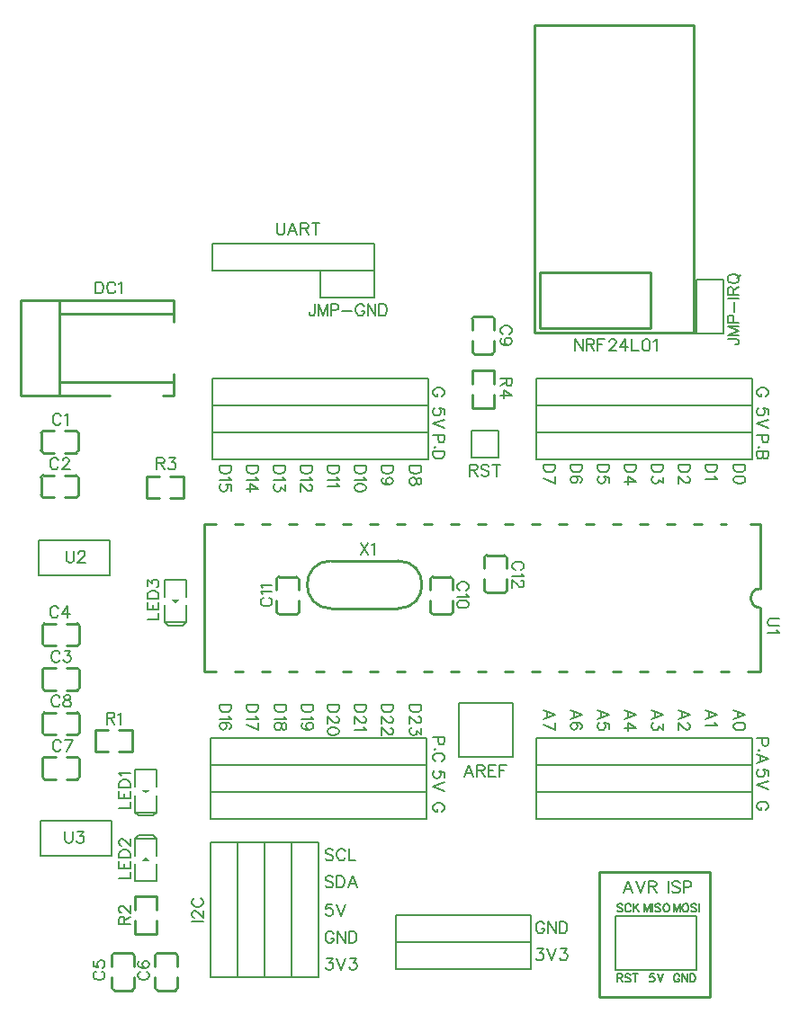
<source format=gto>
G04 Layer: TopSilkLayer*
G04 EasyEDA v6.4.7, 2020-10-10T14:28:28+07:00*
G04 52f6a2ab2d5a4f67a95d22fe1a878f29,10*
G04 Gerber Generator version 0.2*
G04 Scale: 100 percent, Rotated: No, Reflected: No *
G04 Dimensions in millimeters *
G04 leading zeros omitted , absolute positions ,3 integer and 3 decimal *
%FSLAX33Y33*%
%MOMM*%
G90*
D02*

%ADD10C,0.254000*%
%ADD26C,0.202999*%
%ADD27C,0.203200*%
%ADD28C,0.200660*%
%ADD29C,0.200000*%
%ADD30C,0.151994*%
%ADD31C,0.152400*%

%LPD*%
G54D26*
G01X38608Y20574D02*
G01X20193Y20574D01*
G54D27*
G01X38608Y20574D02*
G01X38608Y18034D01*
G01X18288Y18034D01*
G01X18288Y20574D01*
G01X20193Y20574D01*
G54D26*
G01X38608Y23114D02*
G01X20193Y23114D01*
G54D27*
G01X38608Y23114D02*
G01X38608Y20574D01*
G01X18288Y20574D01*
G01X18288Y23114D01*
G01X20193Y23114D01*
G54D26*
G01X18288Y23114D02*
G01X36703Y23114D01*
G54D27*
G01X18288Y23114D02*
G01X18288Y25654D01*
G01X38608Y25654D01*
G01X38608Y23114D01*
G01X36703Y23114D01*
G54D26*
G01X48895Y23114D02*
G01X67310Y23114D01*
G54D27*
G01X48895Y23114D02*
G01X48895Y25654D01*
G01X69215Y25654D01*
G01X69215Y23114D01*
G01X67310Y23114D01*
G54D26*
G01X18415Y51943D02*
G01X36830Y51943D01*
G54D27*
G01X18415Y51943D02*
G01X18415Y54483D01*
G01X38735Y54483D01*
G01X38735Y51943D01*
G01X36830Y51943D01*
G01X45339Y52070D02*
G01X42799Y52070D01*
G01X42799Y54610D01*
G01X45339Y54610D01*
G01X45339Y52705D01*
G54D26*
G01X45339Y52070D02*
G01X45339Y52705D01*
G01X48895Y20574D02*
G01X67310Y20574D01*
G54D27*
G01X48895Y20574D02*
G01X48895Y23114D01*
G01X69215Y23114D01*
G01X69215Y20574D01*
G01X67310Y20574D01*
G01X18288Y5080D02*
G01X18288Y3175D01*
G01X20828Y3175D01*
G01X20828Y15875D01*
G01X18288Y15875D01*
G54D26*
G01X18288Y15875D02*
G01X18288Y5080D01*
G54D27*
G01X46736Y23876D02*
G01X41656Y23876D01*
G01X41656Y28956D01*
G01X46736Y28956D01*
G01X46736Y23876D01*
G54D10*
G01X29616Y37884D02*
G01X35915Y37884D01*
G01X29616Y42379D02*
G01X35915Y42379D01*
G54D26*
G01X69215Y59563D02*
G01X50800Y59563D01*
G54D27*
G01X69215Y59563D02*
G01X69215Y57023D01*
G01X48895Y57023D01*
G01X48895Y59563D01*
G01X50800Y59563D01*
G54D26*
G01X69215Y57023D02*
G01X50800Y57023D01*
G54D27*
G01X69215Y57023D02*
G01X69215Y54483D01*
G01X48895Y54483D01*
G01X48895Y57023D01*
G01X50800Y57023D01*
G54D26*
G01X38735Y59563D02*
G01X20320Y59563D01*
G54D27*
G01X38735Y59563D02*
G01X38735Y57023D01*
G01X18415Y57023D01*
G01X18415Y59563D01*
G01X20320Y59563D01*
G54D26*
G01X48895Y51943D02*
G01X67310Y51943D01*
G54D27*
G01X48895Y51943D02*
G01X48895Y54483D01*
G01X69215Y54483D01*
G01X69215Y51943D01*
G01X67310Y51943D01*
G54D26*
G01X48895Y18034D02*
G01X67310Y18034D01*
G54D27*
G01X48895Y18034D02*
G01X48895Y20574D01*
G01X69215Y20574D01*
G01X69215Y18034D01*
G01X67310Y18034D01*
G54D26*
G01X38735Y57023D02*
G01X20320Y57023D01*
G54D27*
G01X38735Y57023D02*
G01X38735Y54483D01*
G01X18415Y54483D01*
G01X18415Y57023D01*
G01X20320Y57023D01*
G01X20320Y72263D02*
G01X18415Y72263D01*
G01X18415Y69723D01*
G01X33655Y69723D01*
G01X33655Y72263D01*
G54D26*
G01X33655Y72263D02*
G01X20320Y72263D01*
G54D28*
G01X8943Y14627D02*
G01X2242Y14627D01*
G01X2242Y17876D01*
G01X8943Y17876D01*
G01X8943Y14627D01*
G54D10*
G01X5814Y54394D02*
G01X5814Y52794D01*
G01X2313Y54394D02*
G01X2313Y52793D01*
G01X4563Y52553D02*
G01X5613Y52553D01*
G01X4563Y54634D02*
G01X5613Y54634D01*
G01X3564Y52553D02*
G01X2514Y52553D01*
G01X3564Y54634D02*
G01X2514Y54634D01*
G01X2313Y54413D02*
G01X2313Y54394D01*
G01X2313Y54433D02*
G01X2313Y54394D01*
G01X2313Y52754D02*
G01X2313Y52793D01*
G01X5814Y54433D02*
G01X5814Y54394D01*
G01X5814Y52754D02*
G01X5814Y52794D01*
G01X43141Y65377D02*
G01X44741Y65377D01*
G01X43141Y61876D02*
G01X44742Y61876D01*
G01X44982Y64126D02*
G01X44982Y65176D01*
G01X42901Y64126D02*
G01X42901Y65176D01*
G01X44982Y63127D02*
G01X44982Y62077D01*
G01X42901Y63127D02*
G01X42901Y62077D01*
G01X43122Y61876D02*
G01X43141Y61876D01*
G01X43102Y61876D02*
G01X43141Y61876D01*
G01X44781Y61876D02*
G01X44742Y61876D01*
G01X43102Y65377D02*
G01X43141Y65377D01*
G01X44781Y65377D02*
G01X44741Y65377D01*
G01X5814Y50203D02*
G01X5814Y48603D01*
G01X2313Y50203D02*
G01X2313Y48602D01*
G01X4563Y48362D02*
G01X5613Y48362D01*
G01X4563Y50443D02*
G01X5613Y50443D01*
G01X3564Y48362D02*
G01X2514Y48362D01*
G01X3564Y50443D02*
G01X2514Y50443D01*
G01X2313Y50222D02*
G01X2313Y50203D01*
G01X2313Y50242D02*
G01X2313Y50203D01*
G01X2313Y48563D02*
G01X2313Y48602D01*
G01X5814Y50242D02*
G01X5814Y50203D01*
G01X5814Y48563D02*
G01X5814Y48603D01*
G01X5941Y32042D02*
G01X5941Y30442D01*
G01X2440Y32042D02*
G01X2440Y30441D01*
G01X4690Y30201D02*
G01X5740Y30201D01*
G01X4690Y32282D02*
G01X5740Y32282D01*
G01X3691Y30201D02*
G01X2641Y30201D01*
G01X3691Y32282D02*
G01X2641Y32282D01*
G01X2440Y32061D02*
G01X2440Y32042D01*
G01X2440Y32081D02*
G01X2440Y32042D01*
G01X2440Y30402D02*
G01X2440Y30441D01*
G01X5941Y32081D02*
G01X5941Y32042D01*
G01X5941Y30402D02*
G01X5941Y30442D01*
G01X5941Y36233D02*
G01X5941Y34633D01*
G01X2440Y36233D02*
G01X2440Y34632D01*
G01X4690Y34392D02*
G01X5740Y34392D01*
G01X4690Y36473D02*
G01X5740Y36473D01*
G01X3691Y34392D02*
G01X2641Y34392D01*
G01X3691Y36473D02*
G01X2641Y36473D01*
G01X2440Y36252D02*
G01X2440Y36233D01*
G01X2440Y36272D02*
G01X2440Y36233D01*
G01X2440Y34593D02*
G01X2440Y34632D01*
G01X5941Y36272D02*
G01X5941Y36233D01*
G01X5941Y34593D02*
G01X5941Y34633D01*
G01X5941Y23660D02*
G01X5941Y22060D01*
G01X2440Y23660D02*
G01X2440Y22059D01*
G01X4690Y21819D02*
G01X5740Y21819D01*
G01X4690Y23900D02*
G01X5740Y23900D01*
G01X3691Y21819D02*
G01X2641Y21819D01*
G01X3691Y23900D02*
G01X2641Y23900D01*
G01X2440Y23679D02*
G01X2440Y23660D01*
G01X2440Y23699D02*
G01X2440Y23660D01*
G01X2440Y22020D02*
G01X2440Y22059D01*
G01X5941Y23699D02*
G01X5941Y23660D01*
G01X5941Y22020D02*
G01X5941Y22060D01*
G01X26327Y37365D02*
G01X24727Y37365D01*
G01X26327Y40866D02*
G01X24726Y40866D01*
G01X24486Y38616D02*
G01X24486Y37566D01*
G01X26567Y38616D02*
G01X26567Y37566D01*
G01X24486Y39615D02*
G01X24486Y40665D01*
G01X26567Y39615D02*
G01X26567Y40665D01*
G01X26346Y40866D02*
G01X26327Y40866D01*
G01X26366Y40866D02*
G01X26327Y40866D01*
G01X24687Y40866D02*
G01X24726Y40866D01*
G01X26366Y37365D02*
G01X26327Y37365D01*
G01X24687Y37365D02*
G01X24727Y37365D01*
G01X5941Y27851D02*
G01X5941Y26251D01*
G01X2440Y27851D02*
G01X2440Y26250D01*
G01X4690Y26010D02*
G01X5740Y26010D01*
G01X4690Y28091D02*
G01X5740Y28091D01*
G01X3691Y26010D02*
G01X2641Y26010D01*
G01X3691Y28091D02*
G01X2641Y28091D01*
G01X2440Y27870D02*
G01X2440Y27851D01*
G01X2440Y27890D02*
G01X2440Y27851D01*
G01X2440Y26211D02*
G01X2440Y26250D01*
G01X5941Y27890D02*
G01X5941Y27851D01*
G01X5941Y26211D02*
G01X5941Y26251D01*
G01X9232Y5433D02*
G01X10832Y5433D01*
G01X9232Y1932D02*
G01X10833Y1932D01*
G01X11073Y4182D02*
G01X11073Y5232D01*
G01X8992Y4182D02*
G01X8992Y5232D01*
G01X11073Y3183D02*
G01X11073Y2133D01*
G01X8992Y3183D02*
G01X8992Y2133D01*
G01X9213Y1932D02*
G01X9232Y1932D01*
G01X9193Y1932D02*
G01X9232Y1932D01*
G01X10872Y1932D02*
G01X10833Y1932D01*
G01X9193Y5433D02*
G01X9232Y5433D01*
G01X10872Y5433D02*
G01X10832Y5433D01*
G01X13296Y5433D02*
G01X14896Y5433D01*
G01X13296Y1932D02*
G01X14897Y1932D01*
G01X15137Y4182D02*
G01X15137Y5232D01*
G01X13056Y4182D02*
G01X13056Y5232D01*
G01X15137Y3183D02*
G01X15137Y2133D01*
G01X13056Y3183D02*
G01X13056Y2133D01*
G01X13277Y1932D02*
G01X13296Y1932D01*
G01X13257Y1932D02*
G01X13296Y1932D01*
G01X14936Y1932D02*
G01X14897Y1932D01*
G01X13257Y5433D02*
G01X13296Y5433D01*
G01X14936Y5433D02*
G01X14896Y5433D01*
G01X45885Y39397D02*
G01X44285Y39397D01*
G01X45885Y42898D02*
G01X44284Y42898D01*
G01X44044Y40648D02*
G01X44044Y39598D01*
G01X46125Y40648D02*
G01X46125Y39598D01*
G01X44044Y41647D02*
G01X44044Y42697D01*
G01X46125Y41647D02*
G01X46125Y42697D01*
G01X45904Y42898D02*
G01X45885Y42898D01*
G01X45924Y42898D02*
G01X45885Y42898D01*
G01X44245Y42898D02*
G01X44284Y42898D01*
G01X45924Y39397D02*
G01X45885Y39397D01*
G01X44245Y39397D02*
G01X44285Y39397D01*
G01X40805Y37365D02*
G01X39205Y37365D01*
G01X40805Y40866D02*
G01X39204Y40866D01*
G01X38964Y38616D02*
G01X38964Y37566D01*
G01X41045Y38616D02*
G01X41045Y37566D01*
G01X38964Y39615D02*
G01X38964Y40665D01*
G01X41045Y39615D02*
G01X41045Y40665D01*
G01X40824Y40866D02*
G01X40805Y40866D01*
G01X40844Y40866D02*
G01X40805Y40866D01*
G01X39165Y40866D02*
G01X39204Y40866D01*
G01X40844Y37365D02*
G01X40805Y37365D01*
G01X39165Y37365D02*
G01X39205Y37365D01*
G54D28*
G01X8816Y41043D02*
G01X2115Y41043D01*
G01X2115Y44292D01*
G01X8816Y44292D01*
G01X8816Y41043D01*
G54D10*
G01X69977Y45796D02*
G01X69977Y39751D01*
G01X69977Y31927D02*
G01X69977Y37973D01*
G01X69977Y31927D02*
G01X68843Y31927D01*
G01X67046Y31927D02*
G01X66303Y31927D01*
G01X64506Y31927D02*
G01X63763Y31927D01*
G01X61966Y31927D02*
G01X61223Y31927D01*
G01X59426Y31927D02*
G01X58683Y31927D01*
G01X56886Y31927D02*
G01X56143Y31927D01*
G01X54346Y31927D02*
G01X53603Y31927D01*
G01X51806Y31927D02*
G01X51063Y31927D01*
G01X49266Y31927D02*
G01X48523Y31927D01*
G01X46726Y31927D02*
G01X45983Y31927D01*
G01X44186Y31927D02*
G01X43443Y31927D01*
G01X41646Y31927D02*
G01X40903Y31927D01*
G01X39106Y31927D02*
G01X38363Y31927D01*
G01X36566Y31927D02*
G01X35823Y31927D01*
G01X34026Y31927D02*
G01X33283Y31927D01*
G01X31486Y31927D02*
G01X30743Y31927D01*
G01X28946Y31927D02*
G01X28203Y31927D01*
G01X26406Y31927D02*
G01X25663Y31927D01*
G01X23866Y31927D02*
G01X23123Y31927D01*
G01X21326Y31927D02*
G01X20583Y31927D01*
G01X18786Y31927D02*
G01X17653Y31927D01*
G01X69977Y45796D02*
G01X69076Y45796D01*
G01X66813Y45796D02*
G01X66303Y45796D01*
G01X64506Y45796D02*
G01X63763Y45796D01*
G01X61966Y45796D02*
G01X61223Y45796D01*
G01X59426Y45796D02*
G01X58683Y45796D01*
G01X56886Y45796D02*
G01X56143Y45796D01*
G01X54346Y45796D02*
G01X53603Y45796D01*
G01X51806Y45796D02*
G01X51063Y45796D01*
G01X49266Y45796D02*
G01X48523Y45796D01*
G01X46726Y45796D02*
G01X45983Y45796D01*
G01X44186Y45796D02*
G01X43443Y45796D01*
G01X41646Y45796D02*
G01X40903Y45796D01*
G01X39106Y45796D02*
G01X38363Y45796D01*
G01X36566Y45796D02*
G01X35823Y45796D01*
G01X34026Y45796D02*
G01X33283Y45796D01*
G01X31486Y45796D02*
G01X30743Y45796D01*
G01X28946Y45796D02*
G01X28203Y45796D01*
G01X26406Y45796D02*
G01X25663Y45796D01*
G01X23866Y45796D02*
G01X23123Y45796D01*
G01X21326Y45796D02*
G01X20583Y45796D01*
G01X18786Y45796D02*
G01X17653Y45796D01*
G01X17653Y31927D02*
G01X17653Y45796D01*
G54D26*
G01X64008Y68834D02*
G01X64008Y65659D01*
G54D27*
G01X64008Y68834D02*
G01X66548Y68834D01*
G01X66548Y63754D01*
G01X64008Y63754D01*
G01X64008Y65659D01*
G54D26*
G01X33655Y69723D02*
G01X30480Y69723D01*
G54D27*
G01X33655Y69723D02*
G01X33655Y67183D01*
G01X28575Y67183D01*
G01X28575Y69723D01*
G01X30480Y69723D01*
G01X25908Y5080D02*
G01X25908Y3175D01*
G01X28448Y3175D01*
G01X28448Y15875D01*
G01X25908Y15875D01*
G54D26*
G01X25908Y15875D02*
G01X25908Y5080D01*
G54D27*
G01X20828Y5080D02*
G01X20828Y3175D01*
G01X23368Y3175D01*
G01X23368Y15875D01*
G01X20828Y15875D01*
G54D26*
G01X20828Y15875D02*
G01X20828Y5080D01*
G54D27*
G01X37592Y9017D02*
G01X35687Y9017D01*
G01X35687Y6477D01*
G01X48387Y6477D01*
G01X48387Y9017D01*
G54D26*
G01X48387Y9017D02*
G01X37592Y9017D01*
G54D27*
G01X37592Y6477D02*
G01X35687Y6477D01*
G01X35687Y3937D01*
G01X48387Y3937D01*
G01X48387Y6477D01*
G54D26*
G01X48387Y6477D02*
G01X37592Y6477D01*
G54D27*
G01X23368Y5080D02*
G01X23368Y3175D01*
G01X25908Y3175D01*
G01X25908Y15875D01*
G01X23368Y15875D01*
G54D26*
G01X23368Y15875D02*
G01X23368Y5080D01*
G54D29*
G01X15985Y38208D02*
G01X15985Y36608D01*
G01X13986Y36608D01*
G01X13986Y38208D01*
G01X13986Y39007D02*
G01X13986Y40607D01*
G01X15985Y40607D01*
G01X15985Y39007D01*
G01X15985Y36608D02*
G01X15985Y36608D01*
G01X15685Y36308D01*
G01X14286Y36308D01*
G01X14286Y36308D01*
G01X13986Y36608D01*
G01X11192Y14623D02*
G01X11192Y16223D01*
G01X13191Y16223D01*
G01X13191Y14623D01*
G01X13191Y13824D02*
G01X13191Y12224D01*
G01X11192Y12224D01*
G01X11192Y13824D01*
G01X11192Y16223D02*
G01X11192Y16223D01*
G01X11492Y16523D01*
G01X12891Y16523D01*
G01X12891Y16523D01*
G01X13191Y16223D01*
G01X13191Y20301D02*
G01X13191Y18701D01*
G01X11192Y18701D01*
G01X11192Y20301D01*
G01X11192Y21100D02*
G01X11192Y22700D01*
G01X13191Y22700D01*
G01X13191Y21100D01*
G01X13191Y18701D02*
G01X13191Y18701D01*
G01X12891Y18401D01*
G01X11492Y18401D01*
G01X11492Y18401D01*
G01X11192Y18701D01*
G54D10*
G01X14469Y48256D02*
G01X15720Y48256D01*
G01X14469Y50295D02*
G01X15720Y50295D01*
G01X13470Y48256D02*
G01X12219Y48256D01*
G01X13470Y50295D02*
G01X12219Y50295D01*
G01X15720Y48256D02*
G01X15720Y50295D01*
G01X12219Y48256D02*
G01X12219Y50295D01*
G01X44961Y59046D02*
G01X44961Y60297D01*
G01X42922Y59046D02*
G01X42922Y60297D01*
G01X44961Y58047D02*
G01X44961Y56796D01*
G01X42922Y58047D02*
G01X42922Y56796D01*
G01X44961Y60297D02*
G01X42922Y60297D01*
G01X44961Y56796D02*
G01X42922Y56796D01*
G01X9643Y24380D02*
G01X10894Y24380D01*
G01X9643Y26419D02*
G01X10894Y26419D01*
G01X8644Y24380D02*
G01X7393Y24380D01*
G01X8644Y26419D02*
G01X7393Y26419D01*
G01X10894Y24380D02*
G01X10894Y26419D01*
G01X7393Y24380D02*
G01X7393Y26419D01*
G01X13211Y9516D02*
G01X13211Y10767D01*
G01X11172Y9516D02*
G01X11172Y10767D01*
G01X13211Y8517D02*
G01X13211Y7266D01*
G01X11172Y8517D02*
G01X11172Y7266D01*
G01X13211Y10767D02*
G01X11172Y10767D01*
G01X13211Y7266D02*
G01X11172Y7266D01*
G01X376Y57921D02*
G01X376Y66921D01*
G01X376Y66921D02*
G01X14776Y66921D01*
G01X4076Y57921D02*
G01X4076Y66921D01*
G01X4156Y59221D02*
G01X14776Y59221D01*
G01X4156Y65621D02*
G01X14776Y65621D01*
G01X14776Y66921D02*
G01X14776Y64845D01*
G01X14776Y59996D02*
G01X14776Y57921D01*
G01X376Y57921D02*
G01X8761Y57921D01*
G01X13790Y57921D02*
G01X14776Y57921D01*
G54D27*
G01X64008Y3810D02*
G01X64008Y8890D01*
G01X56388Y8890D01*
G01X56388Y3810D01*
G01X64008Y3810D01*
G01X59139Y3810D01*
G54D10*
G01X49277Y69529D02*
G01X59677Y69529D01*
G01X59677Y64329D01*
G01X49277Y64329D01*
G01X49277Y69529D01*
G01X63786Y63829D02*
G01X48786Y63829D01*
G01X63776Y63829D02*
G01X63776Y92829D01*
G01X48776Y92829D02*
G01X63776Y92829D01*
G01X48776Y92829D02*
G01X48776Y63829D01*
G54D30*
G01X70490Y18905D02*
G01X70594Y18958D01*
G01X70698Y19062D01*
G01X70749Y19164D01*
G01X70749Y19372D01*
G01X70698Y19476D01*
G01X70594Y19580D01*
G01X70490Y19634D01*
G01X70332Y19685D01*
G01X70073Y19685D01*
G01X69918Y19634D01*
G01X69814Y19580D01*
G01X69710Y19476D01*
G01X69659Y19372D01*
G01X69659Y19164D01*
G01X69710Y19062D01*
G01X69814Y18958D01*
G01X69918Y18905D01*
G01X70073Y18905D01*
G01X70073Y19164D02*
G01X70073Y18905D01*
G01X70749Y22110D02*
G01X70749Y22628D01*
G01X70281Y22682D01*
G01X70332Y22628D01*
G01X70385Y22473D01*
G01X70385Y22316D01*
G01X70332Y22161D01*
G01X70231Y22057D01*
G01X70073Y22006D01*
G01X69969Y22006D01*
G01X69814Y22057D01*
G01X69710Y22161D01*
G01X69659Y22316D01*
G01X69659Y22473D01*
G01X69710Y22628D01*
G01X69761Y22682D01*
G01X69865Y22733D01*
G01X70749Y21663D02*
G01X69659Y21247D01*
G01X70749Y20830D02*
G01X69659Y21247D01*
G01X29187Y4963D02*
G01X29758Y4963D01*
G01X29446Y4546D01*
G01X29603Y4546D01*
G01X29705Y4495D01*
G01X29758Y4445D01*
G01X29809Y4287D01*
G01X29809Y4183D01*
G01X29758Y4028D01*
G01X29654Y3924D01*
G01X29499Y3873D01*
G01X29342Y3873D01*
G01X29187Y3924D01*
G01X29133Y3975D01*
G01X29083Y4079D01*
G01X30152Y4963D02*
G01X30568Y3873D01*
G01X30985Y4963D02*
G01X30568Y3873D01*
G01X31432Y4963D02*
G01X32004Y4963D01*
G01X31691Y4546D01*
G01X31846Y4546D01*
G01X31950Y4495D01*
G01X32004Y4445D01*
G01X32054Y4287D01*
G01X32054Y4183D01*
G01X32004Y4028D01*
G01X31899Y3924D01*
G01X31742Y3873D01*
G01X31587Y3873D01*
G01X31432Y3924D01*
G01X31379Y3975D01*
G01X31328Y4079D01*
G01X29862Y7244D02*
G01X29809Y7348D01*
G01X29705Y7452D01*
G01X29603Y7503D01*
G01X29395Y7503D01*
G01X29291Y7452D01*
G01X29187Y7348D01*
G01X29133Y7244D01*
G01X29083Y7086D01*
G01X29083Y6827D01*
G01X29133Y6672D01*
G01X29187Y6568D01*
G01X29291Y6464D01*
G01X29395Y6413D01*
G01X29603Y6413D01*
G01X29705Y6464D01*
G01X29809Y6568D01*
G01X29862Y6672D01*
G01X29862Y6827D01*
G01X29603Y6827D02*
G01X29862Y6827D01*
G01X30205Y7503D02*
G01X30205Y6413D01*
G01X30205Y7503D02*
G01X30932Y6413D01*
G01X30932Y7503D02*
G01X30932Y6413D01*
G01X31275Y7503D02*
G01X31275Y6413D01*
G01X31275Y7503D02*
G01X31638Y7503D01*
G01X31795Y7452D01*
G01X31899Y7348D01*
G01X31950Y7244D01*
G01X32004Y7086D01*
G01X32004Y6827D01*
G01X31950Y6672D01*
G01X31899Y6568D01*
G01X31795Y6464D01*
G01X31638Y6413D01*
G01X31275Y6413D01*
G01X29705Y10043D02*
G01X29187Y10043D01*
G01X29133Y9575D01*
G01X29187Y9626D01*
G01X29342Y9679D01*
G01X29499Y9679D01*
G01X29654Y9626D01*
G01X29758Y9525D01*
G01X29809Y9367D01*
G01X29809Y9263D01*
G01X29758Y9108D01*
G01X29654Y9004D01*
G01X29499Y8953D01*
G01X29342Y8953D01*
G01X29187Y9004D01*
G01X29133Y9055D01*
G01X29083Y9159D01*
G01X30152Y10043D02*
G01X30568Y8953D01*
G01X30985Y10043D02*
G01X30568Y8953D01*
G01X29809Y12555D02*
G01X29705Y12659D01*
G01X29550Y12710D01*
G01X29342Y12710D01*
G01X29187Y12659D01*
G01X29083Y12555D01*
G01X29083Y12451D01*
G01X29133Y12346D01*
G01X29187Y12293D01*
G01X29291Y12242D01*
G01X29603Y12138D01*
G01X29705Y12087D01*
G01X29758Y12034D01*
G01X29809Y11930D01*
G01X29809Y11775D01*
G01X29705Y11671D01*
G01X29550Y11620D01*
G01X29342Y11620D01*
G01X29187Y11671D01*
G01X29083Y11775D01*
G01X30152Y12710D02*
G01X30152Y11620D01*
G01X30152Y12710D02*
G01X30518Y12710D01*
G01X30673Y12659D01*
G01X30777Y12555D01*
G01X30827Y12451D01*
G01X30881Y12293D01*
G01X30881Y12034D01*
G01X30827Y11879D01*
G01X30777Y11775D01*
G01X30673Y11671D01*
G01X30518Y11620D01*
G01X30152Y11620D01*
G01X31638Y12710D02*
G01X31224Y11620D01*
G01X31638Y12710D02*
G01X32054Y11620D01*
G01X31379Y11983D02*
G01X31899Y11983D01*
G01X29809Y15095D02*
G01X29705Y15199D01*
G01X29550Y15250D01*
G01X29342Y15250D01*
G01X29187Y15199D01*
G01X29083Y15095D01*
G01X29083Y14991D01*
G01X29133Y14886D01*
G01X29187Y14833D01*
G01X29291Y14782D01*
G01X29603Y14678D01*
G01X29705Y14627D01*
G01X29758Y14574D01*
G01X29809Y14470D01*
G01X29809Y14315D01*
G01X29705Y14211D01*
G01X29550Y14160D01*
G01X29342Y14160D01*
G01X29187Y14211D01*
G01X29083Y14315D01*
G01X30932Y14991D02*
G01X30881Y15095D01*
G01X30777Y15199D01*
G01X30673Y15250D01*
G01X30464Y15250D01*
G01X30360Y15199D01*
G01X30256Y15095D01*
G01X30205Y14991D01*
G01X30152Y14833D01*
G01X30152Y14574D01*
G01X30205Y14419D01*
G01X30256Y14315D01*
G01X30360Y14211D01*
G01X30464Y14160D01*
G01X30673Y14160D01*
G01X30777Y14211D01*
G01X30881Y14315D01*
G01X30932Y14419D01*
G01X31275Y15250D02*
G01X31275Y14160D01*
G01X31275Y14160D02*
G01X31899Y14160D01*
G01X50683Y27904D02*
G01X49593Y28321D01*
G01X50683Y27904D02*
G01X49593Y27490D01*
G01X49956Y28166D02*
G01X49956Y27645D01*
G01X50683Y26418D02*
G01X49593Y26939D01*
G01X50683Y27147D02*
G01X50683Y26418D01*
G01X53223Y27904D02*
G01X52133Y28321D01*
G01X53223Y27904D02*
G01X52133Y27490D01*
G01X52496Y28166D02*
G01X52496Y27645D01*
G01X53068Y26522D02*
G01X53172Y26576D01*
G01X53223Y26730D01*
G01X53223Y26835D01*
G01X53172Y26990D01*
G01X53014Y27094D01*
G01X52755Y27147D01*
G01X52496Y27147D01*
G01X52288Y27094D01*
G01X52184Y26990D01*
G01X52133Y26835D01*
G01X52133Y26784D01*
G01X52184Y26626D01*
G01X52288Y26522D01*
G01X52443Y26471D01*
G01X52496Y26471D01*
G01X52651Y26522D01*
G01X52755Y26626D01*
G01X52806Y26784D01*
G01X52806Y26835D01*
G01X52755Y26990D01*
G01X52651Y27094D01*
G01X52496Y27147D01*
G01X55763Y27904D02*
G01X54673Y28321D01*
G01X55763Y27904D02*
G01X54673Y27490D01*
G01X55036Y28166D02*
G01X55036Y27645D01*
G01X55763Y26522D02*
G01X55763Y27043D01*
G01X55295Y27094D01*
G01X55346Y27043D01*
G01X55399Y26885D01*
G01X55399Y26730D01*
G01X55346Y26576D01*
G01X55245Y26471D01*
G01X55087Y26418D01*
G01X54983Y26418D01*
G01X54828Y26471D01*
G01X54724Y26576D01*
G01X54673Y26730D01*
G01X54673Y26885D01*
G01X54724Y27043D01*
G01X54775Y27094D01*
G01X54879Y27147D01*
G01X58303Y27904D02*
G01X57213Y28321D01*
G01X58303Y27904D02*
G01X57213Y27490D01*
G01X57576Y28166D02*
G01X57576Y27645D01*
G01X58303Y26626D02*
G01X57576Y27147D01*
G01X57576Y26367D01*
G01X58303Y26626D02*
G01X57213Y26626D01*
G01X60843Y27904D02*
G01X59753Y28321D01*
G01X60843Y27904D02*
G01X59753Y27490D01*
G01X60116Y28166D02*
G01X60116Y27645D01*
G01X60843Y27043D02*
G01X60843Y26471D01*
G01X60426Y26784D01*
G01X60426Y26626D01*
G01X60375Y26522D01*
G01X60325Y26471D01*
G01X60167Y26418D01*
G01X60063Y26418D01*
G01X59908Y26471D01*
G01X59804Y26576D01*
G01X59753Y26730D01*
G01X59753Y26885D01*
G01X59804Y27043D01*
G01X59855Y27094D01*
G01X59959Y27147D01*
G01X63383Y27904D02*
G01X62293Y28321D01*
G01X63383Y27904D02*
G01X62293Y27490D01*
G01X62656Y28166D02*
G01X62656Y27645D01*
G01X63124Y27094D02*
G01X63174Y27094D01*
G01X63279Y27043D01*
G01X63332Y26990D01*
G01X63383Y26885D01*
G01X63383Y26680D01*
G01X63332Y26576D01*
G01X63279Y26522D01*
G01X63174Y26471D01*
G01X63070Y26471D01*
G01X62966Y26522D01*
G01X62811Y26626D01*
G01X62293Y27147D01*
G01X62293Y26418D01*
G01X65923Y27904D02*
G01X64833Y28321D01*
G01X65923Y27904D02*
G01X64833Y27490D01*
G01X65196Y28166D02*
G01X65196Y27645D01*
G01X65714Y27147D02*
G01X65768Y27043D01*
G01X65923Y26885D01*
G01X64833Y26885D01*
G01X68590Y27904D02*
G01X67500Y28321D01*
G01X68590Y27904D02*
G01X67500Y27490D01*
G01X67863Y28166D02*
G01X67863Y27645D01*
G01X68590Y26835D02*
G01X68539Y26990D01*
G01X68381Y27094D01*
G01X68122Y27147D01*
G01X67967Y27147D01*
G01X67706Y27094D01*
G01X67551Y26990D01*
G01X67500Y26835D01*
G01X67500Y26730D01*
G01X67551Y26576D01*
G01X67706Y26471D01*
G01X67967Y26418D01*
G01X68122Y26418D01*
G01X68381Y26471D01*
G01X68539Y26576D01*
G01X68590Y26730D01*
G01X68590Y26835D01*
G01X38110Y28829D02*
G01X37020Y28829D01*
G01X38110Y28829D02*
G01X38110Y28465D01*
G01X38059Y28308D01*
G01X37955Y28206D01*
G01X37851Y28153D01*
G01X37693Y28102D01*
G01X37434Y28102D01*
G01X37279Y28153D01*
G01X37175Y28206D01*
G01X37071Y28308D01*
G01X37020Y28465D01*
G01X37020Y28829D01*
G01X37851Y27706D02*
G01X37901Y27706D01*
G01X38006Y27655D01*
G01X38059Y27602D01*
G01X38110Y27498D01*
G01X38110Y27292D01*
G01X38059Y27188D01*
G01X38006Y27134D01*
G01X37901Y27084D01*
G01X37797Y27084D01*
G01X37693Y27134D01*
G01X37538Y27238D01*
G01X37020Y27759D01*
G01X37020Y27030D01*
G01X38110Y26583D02*
G01X38110Y26012D01*
G01X37693Y26324D01*
G01X37693Y26169D01*
G01X37642Y26065D01*
G01X37592Y26012D01*
G01X37434Y25961D01*
G01X37330Y25961D01*
G01X37175Y26012D01*
G01X37071Y26116D01*
G01X37020Y26273D01*
G01X37020Y26428D01*
G01X37071Y26583D01*
G01X37122Y26636D01*
G01X37226Y26687D01*
G01X35443Y28829D02*
G01X34353Y28829D01*
G01X35443Y28829D02*
G01X35443Y28465D01*
G01X35392Y28308D01*
G01X35288Y28206D01*
G01X35184Y28153D01*
G01X35026Y28102D01*
G01X34767Y28102D01*
G01X34612Y28153D01*
G01X34508Y28206D01*
G01X34404Y28308D01*
G01X34353Y28465D01*
G01X34353Y28829D01*
G01X35184Y27706D02*
G01X35234Y27706D01*
G01X35339Y27655D01*
G01X35392Y27602D01*
G01X35443Y27498D01*
G01X35443Y27292D01*
G01X35392Y27188D01*
G01X35339Y27134D01*
G01X35234Y27084D01*
G01X35130Y27084D01*
G01X35026Y27134D01*
G01X34871Y27238D01*
G01X34353Y27759D01*
G01X34353Y27030D01*
G01X35184Y26636D02*
G01X35234Y26636D01*
G01X35339Y26583D01*
G01X35392Y26532D01*
G01X35443Y26428D01*
G01X35443Y26220D01*
G01X35392Y26116D01*
G01X35339Y26065D01*
G01X35234Y26012D01*
G01X35130Y26012D01*
G01X35026Y26065D01*
G01X34871Y26169D01*
G01X34353Y26687D01*
G01X34353Y25961D01*
G01X32903Y28829D02*
G01X31813Y28829D01*
G01X32903Y28829D02*
G01X32903Y28465D01*
G01X32852Y28308D01*
G01X32748Y28206D01*
G01X32644Y28153D01*
G01X32486Y28102D01*
G01X32227Y28102D01*
G01X32072Y28153D01*
G01X31968Y28206D01*
G01X31864Y28308D01*
G01X31813Y28465D01*
G01X31813Y28829D01*
G01X32644Y27706D02*
G01X32694Y27706D01*
G01X32799Y27655D01*
G01X32852Y27602D01*
G01X32903Y27498D01*
G01X32903Y27292D01*
G01X32852Y27188D01*
G01X32799Y27134D01*
G01X32694Y27084D01*
G01X32590Y27084D01*
G01X32486Y27134D01*
G01X32331Y27238D01*
G01X31813Y27759D01*
G01X31813Y27030D01*
G01X32694Y26687D02*
G01X32748Y26583D01*
G01X32903Y26428D01*
G01X31813Y26428D01*
G01X30363Y28829D02*
G01X29273Y28829D01*
G01X30363Y28829D02*
G01X30363Y28465D01*
G01X30312Y28308D01*
G01X30208Y28206D01*
G01X30104Y28153D01*
G01X29946Y28102D01*
G01X29687Y28102D01*
G01X29532Y28153D01*
G01X29428Y28206D01*
G01X29324Y28308D01*
G01X29273Y28465D01*
G01X29273Y28829D01*
G01X30104Y27706D02*
G01X30154Y27706D01*
G01X30259Y27655D01*
G01X30312Y27602D01*
G01X30363Y27498D01*
G01X30363Y27292D01*
G01X30312Y27188D01*
G01X30259Y27134D01*
G01X30154Y27084D01*
G01X30050Y27084D01*
G01X29946Y27134D01*
G01X29791Y27238D01*
G01X29273Y27759D01*
G01X29273Y27030D01*
G01X30363Y26377D02*
G01X30312Y26532D01*
G01X30154Y26636D01*
G01X29895Y26687D01*
G01X29740Y26687D01*
G01X29479Y26636D01*
G01X29324Y26532D01*
G01X29273Y26377D01*
G01X29273Y26273D01*
G01X29324Y26116D01*
G01X29479Y26012D01*
G01X29740Y25961D01*
G01X29895Y25961D01*
G01X30154Y26012D01*
G01X30312Y26116D01*
G01X30363Y26273D01*
G01X30363Y26377D01*
G01X27950Y28829D02*
G01X26860Y28829D01*
G01X27950Y28829D02*
G01X27950Y28465D01*
G01X27899Y28308D01*
G01X27795Y28206D01*
G01X27691Y28153D01*
G01X27533Y28102D01*
G01X27274Y28102D01*
G01X27119Y28153D01*
G01X27015Y28206D01*
G01X26911Y28308D01*
G01X26860Y28465D01*
G01X26860Y28829D01*
G01X27741Y27759D02*
G01X27795Y27655D01*
G01X27950Y27498D01*
G01X26860Y27498D01*
G01X27586Y26479D02*
G01X27432Y26532D01*
G01X27327Y26636D01*
G01X27274Y26791D01*
G01X27274Y26845D01*
G01X27327Y27000D01*
G01X27432Y27104D01*
G01X27586Y27155D01*
G01X27637Y27155D01*
G01X27795Y27104D01*
G01X27899Y27000D01*
G01X27950Y26845D01*
G01X27950Y26791D01*
G01X27899Y26636D01*
G01X27795Y26532D01*
G01X27586Y26479D01*
G01X27327Y26479D01*
G01X27066Y26532D01*
G01X26911Y26636D01*
G01X26860Y26791D01*
G01X26860Y26896D01*
G01X26911Y27051D01*
G01X27015Y27104D01*
G01X25410Y28829D02*
G01X24320Y28829D01*
G01X25410Y28829D02*
G01X25410Y28465D01*
G01X25359Y28308D01*
G01X25255Y28206D01*
G01X25151Y28153D01*
G01X24993Y28102D01*
G01X24734Y28102D01*
G01X24579Y28153D01*
G01X24475Y28206D01*
G01X24371Y28308D01*
G01X24320Y28465D01*
G01X24320Y28829D01*
G01X25201Y27759D02*
G01X25255Y27655D01*
G01X25410Y27498D01*
G01X24320Y27498D01*
G01X25410Y26896D02*
G01X25359Y27051D01*
G01X25255Y27104D01*
G01X25151Y27104D01*
G01X25046Y27051D01*
G01X24993Y26949D01*
G01X24942Y26741D01*
G01X24892Y26583D01*
G01X24787Y26479D01*
G01X24683Y26428D01*
G01X24526Y26428D01*
G01X24422Y26479D01*
G01X24371Y26532D01*
G01X24320Y26687D01*
G01X24320Y26896D01*
G01X24371Y27051D01*
G01X24422Y27104D01*
G01X24526Y27155D01*
G01X24683Y27155D01*
G01X24787Y27104D01*
G01X24892Y27000D01*
G01X24942Y26845D01*
G01X24993Y26636D01*
G01X25046Y26532D01*
G01X25151Y26479D01*
G01X25255Y26479D01*
G01X25359Y26532D01*
G01X25410Y26687D01*
G01X25410Y26896D01*
G01X22743Y28829D02*
G01X21653Y28829D01*
G01X22743Y28829D02*
G01X22743Y28465D01*
G01X22692Y28308D01*
G01X22588Y28206D01*
G01X22484Y28153D01*
G01X22326Y28102D01*
G01X22067Y28102D01*
G01X21912Y28153D01*
G01X21808Y28206D01*
G01X21704Y28308D01*
G01X21653Y28465D01*
G01X21653Y28829D01*
G01X22534Y27759D02*
G01X22588Y27655D01*
G01X22743Y27498D01*
G01X21653Y27498D01*
G01X22743Y26428D02*
G01X21653Y26949D01*
G01X22743Y27155D02*
G01X22743Y26428D01*
G01X20203Y28829D02*
G01X19113Y28829D01*
G01X20203Y28829D02*
G01X20203Y28465D01*
G01X20152Y28308D01*
G01X20048Y28206D01*
G01X19944Y28153D01*
G01X19786Y28102D01*
G01X19527Y28102D01*
G01X19372Y28153D01*
G01X19268Y28206D01*
G01X19164Y28308D01*
G01X19113Y28465D01*
G01X19113Y28829D01*
G01X19994Y27759D02*
G01X20048Y27655D01*
G01X20203Y27498D01*
G01X19113Y27498D01*
G01X20048Y26532D02*
G01X20152Y26583D01*
G01X20203Y26741D01*
G01X20203Y26845D01*
G01X20152Y27000D01*
G01X19994Y27104D01*
G01X19735Y27155D01*
G01X19476Y27155D01*
G01X19268Y27104D01*
G01X19164Y27000D01*
G01X19113Y26845D01*
G01X19113Y26791D01*
G01X19164Y26636D01*
G01X19268Y26532D01*
G01X19423Y26479D01*
G01X19476Y26479D01*
G01X19631Y26532D01*
G01X19735Y26636D01*
G01X19786Y26791D01*
G01X19786Y26845D01*
G01X19735Y27000D01*
G01X19631Y27104D01*
G01X19476Y27155D01*
G01X49674Y8133D02*
G01X49621Y8237D01*
G01X49517Y8341D01*
G01X49415Y8392D01*
G01X49207Y8392D01*
G01X49103Y8341D01*
G01X48999Y8237D01*
G01X48945Y8133D01*
G01X48895Y7975D01*
G01X48895Y7716D01*
G01X48945Y7561D01*
G01X48999Y7457D01*
G01X49103Y7353D01*
G01X49207Y7302D01*
G01X49415Y7302D01*
G01X49517Y7353D01*
G01X49621Y7457D01*
G01X49674Y7561D01*
G01X49674Y7716D01*
G01X49415Y7716D02*
G01X49674Y7716D01*
G01X50017Y8392D02*
G01X50017Y7302D01*
G01X50017Y8392D02*
G01X50744Y7302D01*
G01X50744Y8392D02*
G01X50744Y7302D01*
G01X51087Y8392D02*
G01X51087Y7302D01*
G01X51087Y8392D02*
G01X51450Y8392D01*
G01X51607Y8341D01*
G01X51711Y8237D01*
G01X51762Y8133D01*
G01X51816Y7975D01*
G01X51816Y7716D01*
G01X51762Y7561D01*
G01X51711Y7457D01*
G01X51607Y7353D01*
G01X51450Y7302D01*
G01X51087Y7302D01*
G01X40269Y21983D02*
G01X40269Y22501D01*
G01X39801Y22555D01*
G01X39852Y22501D01*
G01X39905Y22346D01*
G01X39905Y22189D01*
G01X39852Y22034D01*
G01X39751Y21930D01*
G01X39593Y21879D01*
G01X39489Y21879D01*
G01X39334Y21930D01*
G01X39230Y22034D01*
G01X39179Y22189D01*
G01X39179Y22346D01*
G01X39230Y22501D01*
G01X39281Y22555D01*
G01X39385Y22606D01*
G01X40269Y21536D02*
G01X39179Y21120D01*
G01X40269Y20703D02*
G01X39179Y21120D01*
G01X40010Y18778D02*
G01X40114Y18831D01*
G01X40218Y18935D01*
G01X40269Y19037D01*
G01X40269Y19245D01*
G01X40218Y19349D01*
G01X40114Y19453D01*
G01X40010Y19507D01*
G01X39852Y19558D01*
G01X39593Y19558D01*
G01X39438Y19507D01*
G01X39334Y19453D01*
G01X39230Y19349D01*
G01X39179Y19245D01*
G01X39179Y19037D01*
G01X39230Y18935D01*
G01X39334Y18831D01*
G01X39438Y18778D01*
G01X39593Y18778D01*
G01X39593Y19037D02*
G01X39593Y18778D01*
G01X57566Y12202D02*
G01X57150Y11112D01*
G01X57566Y12202D02*
G01X57980Y11112D01*
G01X57304Y11475D02*
G01X57825Y11475D01*
G01X58323Y12202D02*
G01X58740Y11112D01*
G01X59156Y12202D02*
G01X58740Y11112D01*
G01X59499Y12202D02*
G01X59499Y11112D01*
G01X59499Y12202D02*
G01X59966Y12202D01*
G01X60121Y12151D01*
G01X60172Y12098D01*
G01X60225Y11993D01*
G01X60225Y11889D01*
G01X60172Y11785D01*
G01X60121Y11734D01*
G01X59966Y11684D01*
G01X59499Y11684D01*
G01X59862Y11684D02*
G01X60225Y11112D01*
G01X61368Y12202D02*
G01X61368Y11112D01*
G01X62438Y12047D02*
G01X62334Y12151D01*
G01X62179Y12202D01*
G01X61970Y12202D01*
G01X61815Y12151D01*
G01X61711Y12047D01*
G01X61711Y11943D01*
G01X61762Y11838D01*
G01X61815Y11785D01*
G01X61920Y11734D01*
G01X62230Y11630D01*
G01X62334Y11579D01*
G01X62387Y11526D01*
G01X62438Y11422D01*
G01X62438Y11267D01*
G01X62334Y11163D01*
G01X62179Y11112D01*
G01X61970Y11112D01*
G01X61815Y11163D01*
G01X61711Y11267D01*
G01X62781Y12202D02*
G01X62781Y11112D01*
G01X62781Y12202D02*
G01X63248Y12202D01*
G01X63406Y12151D01*
G01X63456Y12098D01*
G01X63510Y11993D01*
G01X63510Y11838D01*
G01X63456Y11734D01*
G01X63406Y11684D01*
G01X63248Y11630D01*
G01X62781Y11630D01*
G01X57023Y9969D02*
G01X56951Y10043D01*
G01X56842Y10078D01*
G01X56697Y10078D01*
G01X56588Y10043D01*
G01X56515Y9969D01*
G01X56515Y9895D01*
G01X56550Y9824D01*
G01X56588Y9786D01*
G01X56659Y9751D01*
G01X56878Y9677D01*
G01X56951Y9641D01*
G01X56987Y9606D01*
G01X57023Y9532D01*
G01X57023Y9423D01*
G01X56951Y9349D01*
G01X56842Y9314D01*
G01X56697Y9314D01*
G01X56588Y9349D01*
G01X56515Y9423D01*
G01X57810Y9895D02*
G01X57772Y9969D01*
G01X57701Y10043D01*
G01X57627Y10078D01*
G01X57482Y10078D01*
G01X57409Y10043D01*
G01X57337Y9969D01*
G01X57299Y9895D01*
G01X57264Y9786D01*
G01X57264Y9606D01*
G01X57299Y9497D01*
G01X57337Y9423D01*
G01X57409Y9349D01*
G01X57482Y9314D01*
G01X57627Y9314D01*
G01X57701Y9349D01*
G01X57772Y9423D01*
G01X57810Y9497D01*
G01X58049Y10078D02*
G01X58049Y9314D01*
G01X58559Y10078D02*
G01X58049Y9568D01*
G01X58232Y9751D02*
G01X58559Y9314D01*
G01X59055Y10078D02*
G01X59055Y9314D01*
G01X59055Y10078D02*
G01X59347Y9314D01*
G01X59636Y10078D02*
G01X59347Y9314D01*
G01X59636Y10078D02*
G01X59636Y9314D01*
G01X59877Y10078D02*
G01X59877Y9314D01*
G01X60624Y9969D02*
G01X60553Y10043D01*
G01X60444Y10078D01*
G01X60299Y10078D01*
G01X60190Y10043D01*
G01X60116Y9969D01*
G01X60116Y9895D01*
G01X60152Y9824D01*
G01X60190Y9786D01*
G01X60261Y9751D01*
G01X60479Y9677D01*
G01X60553Y9641D01*
G01X60589Y9606D01*
G01X60624Y9532D01*
G01X60624Y9423D01*
G01X60553Y9349D01*
G01X60444Y9314D01*
G01X60299Y9314D01*
G01X60190Y9349D01*
G01X60116Y9423D01*
G01X61084Y10078D02*
G01X61010Y10043D01*
G01X60939Y9969D01*
G01X60901Y9895D01*
G01X60866Y9786D01*
G01X60866Y9606D01*
G01X60901Y9497D01*
G01X60939Y9423D01*
G01X61010Y9349D01*
G01X61084Y9314D01*
G01X61229Y9314D01*
G01X61302Y9349D01*
G01X61374Y9423D01*
G01X61412Y9497D01*
G01X61447Y9606D01*
G01X61447Y9786D01*
G01X61412Y9895D01*
G01X61374Y9969D01*
G01X61302Y10043D01*
G01X61229Y10078D01*
G01X61084Y10078D01*
G01X61849Y10078D02*
G01X61849Y9314D01*
G01X61849Y10078D02*
G01X62141Y9314D01*
G01X62430Y10078D02*
G01X62141Y9314D01*
G01X62430Y10078D02*
G01X62430Y9314D01*
G01X62887Y10078D02*
G01X62816Y10043D01*
G01X62743Y9969D01*
G01X62707Y9895D01*
G01X62671Y9786D01*
G01X62671Y9606D01*
G01X62707Y9497D01*
G01X62743Y9423D01*
G01X62816Y9349D01*
G01X62887Y9314D01*
G01X63035Y9314D01*
G01X63106Y9349D01*
G01X63179Y9423D01*
G01X63215Y9497D01*
G01X63253Y9606D01*
G01X63253Y9786D01*
G01X63215Y9895D01*
G01X63179Y9969D01*
G01X63106Y10043D01*
G01X63035Y10078D01*
G01X62887Y10078D01*
G01X64002Y9969D02*
G01X63929Y10043D01*
G01X63820Y10078D01*
G01X63675Y10078D01*
G01X63566Y10043D01*
G01X63492Y9969D01*
G01X63492Y9895D01*
G01X63527Y9824D01*
G01X63566Y9786D01*
G01X63637Y9751D01*
G01X63855Y9677D01*
G01X63929Y9641D01*
G01X63964Y9606D01*
G01X64002Y9532D01*
G01X64002Y9423D01*
G01X63929Y9349D01*
G01X63820Y9314D01*
G01X63675Y9314D01*
G01X63566Y9349D01*
G01X63492Y9423D01*
G01X64241Y10078D02*
G01X64241Y9314D01*
G01X62395Y3291D02*
G01X62357Y3365D01*
G01X62285Y3439D01*
G01X62212Y3474D01*
G01X62067Y3474D01*
G01X61993Y3439D01*
G01X61922Y3365D01*
G01X61884Y3291D01*
G01X61849Y3182D01*
G01X61849Y3002D01*
G01X61884Y2893D01*
G01X61922Y2819D01*
G01X61993Y2745D01*
G01X62067Y2710D01*
G01X62212Y2710D01*
G01X62285Y2745D01*
G01X62357Y2819D01*
G01X62395Y2893D01*
G01X62395Y3002D01*
G01X62212Y3002D02*
G01X62395Y3002D01*
G01X62633Y3474D02*
G01X62633Y2710D01*
G01X62633Y3474D02*
G01X63144Y2710D01*
G01X63144Y3474D02*
G01X63144Y2710D01*
G01X63383Y3474D02*
G01X63383Y2710D01*
G01X63383Y3474D02*
G01X63637Y3474D01*
G01X63746Y3439D01*
G01X63820Y3365D01*
G01X63855Y3291D01*
G01X63893Y3182D01*
G01X63893Y3002D01*
G01X63855Y2893D01*
G01X63820Y2819D01*
G01X63746Y2745D01*
G01X63637Y2710D01*
G01X63383Y2710D01*
G01X59999Y3474D02*
G01X59636Y3474D01*
G01X59598Y3147D01*
G01X59636Y3182D01*
G01X59745Y3220D01*
G01X59855Y3220D01*
G01X59961Y3182D01*
G01X60035Y3111D01*
G01X60071Y3002D01*
G01X60071Y2928D01*
G01X60035Y2819D01*
G01X59961Y2745D01*
G01X59855Y2710D01*
G01X59745Y2710D01*
G01X59636Y2745D01*
G01X59598Y2783D01*
G01X59563Y2854D01*
G01X60312Y3474D02*
G01X60601Y2710D01*
G01X60893Y3474D02*
G01X60601Y2710D01*
G01X56515Y3474D02*
G01X56515Y2710D01*
G01X56515Y3474D02*
G01X56842Y3474D01*
G01X56951Y3439D01*
G01X56987Y3401D01*
G01X57023Y3329D01*
G01X57023Y3256D01*
G01X56987Y3182D01*
G01X56951Y3147D01*
G01X56842Y3111D01*
G01X56515Y3111D01*
G01X56769Y3111D02*
G01X57023Y2710D01*
G01X57772Y3365D02*
G01X57701Y3439D01*
G01X57591Y3474D01*
G01X57444Y3474D01*
G01X57337Y3439D01*
G01X57264Y3365D01*
G01X57264Y3291D01*
G01X57299Y3220D01*
G01X57337Y3182D01*
G01X57409Y3147D01*
G01X57627Y3073D01*
G01X57701Y3037D01*
G01X57736Y3002D01*
G01X57772Y2928D01*
G01X57772Y2819D01*
G01X57701Y2745D01*
G01X57591Y2710D01*
G01X57444Y2710D01*
G01X57337Y2745D01*
G01X57264Y2819D01*
G01X58267Y3474D02*
G01X58267Y2710D01*
G01X58013Y3474D02*
G01X58521Y3474D01*
G01X40010Y57894D02*
G01X40114Y57947D01*
G01X40218Y58051D01*
G01X40269Y58153D01*
G01X40269Y58361D01*
G01X40218Y58465D01*
G01X40114Y58569D01*
G01X40010Y58623D01*
G01X39852Y58674D01*
G01X39593Y58674D01*
G01X39438Y58623D01*
G01X39334Y58569D01*
G01X39230Y58465D01*
G01X39179Y58361D01*
G01X39179Y58153D01*
G01X39230Y58051D01*
G01X39334Y57947D01*
G01X39438Y57894D01*
G01X39593Y57894D01*
G01X39593Y58153D02*
G01X39593Y57894D01*
G01X40269Y56146D02*
G01X40269Y56664D01*
G01X39801Y56718D01*
G01X39852Y56664D01*
G01X39905Y56509D01*
G01X39905Y56352D01*
G01X39852Y56197D01*
G01X39751Y56093D01*
G01X39593Y56042D01*
G01X39489Y56042D01*
G01X39334Y56093D01*
G01X39230Y56197D01*
G01X39179Y56352D01*
G01X39179Y56509D01*
G01X39230Y56664D01*
G01X39281Y56718D01*
G01X39385Y56769D01*
G01X40269Y55699D02*
G01X39179Y55283D01*
G01X40269Y54866D02*
G01X39179Y55283D01*
G01X70490Y57894D02*
G01X70594Y57947D01*
G01X70698Y58051D01*
G01X70749Y58153D01*
G01X70749Y58361D01*
G01X70698Y58465D01*
G01X70594Y58569D01*
G01X70490Y58623D01*
G01X70332Y58674D01*
G01X70073Y58674D01*
G01X69918Y58623D01*
G01X69814Y58569D01*
G01X69710Y58465D01*
G01X69659Y58361D01*
G01X69659Y58153D01*
G01X69710Y58051D01*
G01X69814Y57947D01*
G01X69918Y57894D01*
G01X70073Y57894D01*
G01X70073Y58153D02*
G01X70073Y57894D01*
G01X70749Y56146D02*
G01X70749Y56664D01*
G01X70281Y56718D01*
G01X70332Y56664D01*
G01X70385Y56509D01*
G01X70385Y56352D01*
G01X70332Y56197D01*
G01X70231Y56093D01*
G01X70073Y56042D01*
G01X69969Y56042D01*
G01X69814Y56093D01*
G01X69710Y56197D01*
G01X69659Y56352D01*
G01X69659Y56509D01*
G01X69710Y56664D01*
G01X69761Y56718D01*
G01X69865Y56769D01*
G01X70749Y55699D02*
G01X69659Y55283D01*
G01X70749Y54866D02*
G01X69659Y55283D01*
G01X38110Y51308D02*
G01X37020Y51308D01*
G01X38110Y51308D02*
G01X38110Y50944D01*
G01X38059Y50787D01*
G01X37955Y50685D01*
G01X37851Y50632D01*
G01X37693Y50581D01*
G01X37434Y50581D01*
G01X37279Y50632D01*
G01X37175Y50685D01*
G01X37071Y50787D01*
G01X37020Y50944D01*
G01X37020Y51308D01*
G01X38110Y49977D02*
G01X38059Y50134D01*
G01X37955Y50185D01*
G01X37851Y50185D01*
G01X37746Y50134D01*
G01X37693Y50030D01*
G01X37642Y49822D01*
G01X37592Y49667D01*
G01X37487Y49563D01*
G01X37383Y49509D01*
G01X37226Y49509D01*
G01X37122Y49563D01*
G01X37071Y49613D01*
G01X37020Y49771D01*
G01X37020Y49977D01*
G01X37071Y50134D01*
G01X37122Y50185D01*
G01X37226Y50238D01*
G01X37383Y50238D01*
G01X37487Y50185D01*
G01X37592Y50081D01*
G01X37642Y49926D01*
G01X37693Y49717D01*
G01X37746Y49613D01*
G01X37851Y49563D01*
G01X37955Y49563D01*
G01X38059Y49613D01*
G01X38110Y49771D01*
G01X38110Y49977D01*
G01X35443Y51308D02*
G01X34353Y51308D01*
G01X35443Y51308D02*
G01X35443Y50944D01*
G01X35392Y50787D01*
G01X35288Y50685D01*
G01X35184Y50632D01*
G01X35026Y50581D01*
G01X34767Y50581D01*
G01X34612Y50632D01*
G01X34508Y50685D01*
G01X34404Y50787D01*
G01X34353Y50944D01*
G01X34353Y51308D01*
G01X35079Y49563D02*
G01X34925Y49613D01*
G01X34820Y49717D01*
G01X34767Y49872D01*
G01X34767Y49926D01*
G01X34820Y50081D01*
G01X34925Y50185D01*
G01X35079Y50238D01*
G01X35130Y50238D01*
G01X35288Y50185D01*
G01X35392Y50081D01*
G01X35443Y49926D01*
G01X35443Y49872D01*
G01X35392Y49717D01*
G01X35288Y49613D01*
G01X35079Y49563D01*
G01X34820Y49563D01*
G01X34559Y49613D01*
G01X34404Y49717D01*
G01X34353Y49872D01*
G01X34353Y49977D01*
G01X34404Y50134D01*
G01X34508Y50185D01*
G01X32903Y51308D02*
G01X31813Y51308D01*
G01X32903Y51308D02*
G01X32903Y50944D01*
G01X32852Y50787D01*
G01X32748Y50685D01*
G01X32644Y50632D01*
G01X32486Y50581D01*
G01X32227Y50581D01*
G01X32072Y50632D01*
G01X31968Y50685D01*
G01X31864Y50787D01*
G01X31813Y50944D01*
G01X31813Y51308D01*
G01X32694Y50238D02*
G01X32748Y50134D01*
G01X32903Y49977D01*
G01X31813Y49977D01*
G01X32903Y49324D02*
G01X32852Y49479D01*
G01X32694Y49583D01*
G01X32435Y49634D01*
G01X32280Y49634D01*
G01X32019Y49583D01*
G01X31864Y49479D01*
G01X31813Y49324D01*
G01X31813Y49220D01*
G01X31864Y49062D01*
G01X32019Y48958D01*
G01X32280Y48907D01*
G01X32435Y48907D01*
G01X32694Y48958D01*
G01X32852Y49062D01*
G01X32903Y49220D01*
G01X32903Y49324D01*
G01X30363Y51308D02*
G01X29273Y51308D01*
G01X30363Y51308D02*
G01X30363Y50944D01*
G01X30312Y50787D01*
G01X30208Y50685D01*
G01X30104Y50632D01*
G01X29946Y50581D01*
G01X29687Y50581D01*
G01X29532Y50632D01*
G01X29428Y50685D01*
G01X29324Y50787D01*
G01X29273Y50944D01*
G01X29273Y51308D01*
G01X30154Y50238D02*
G01X30208Y50134D01*
G01X30363Y49977D01*
G01X29273Y49977D01*
G01X30154Y49634D02*
G01X30208Y49530D01*
G01X30363Y49375D01*
G01X29273Y49375D01*
G01X27823Y51308D02*
G01X26733Y51308D01*
G01X27823Y51308D02*
G01X27823Y50944D01*
G01X27772Y50787D01*
G01X27668Y50685D01*
G01X27564Y50632D01*
G01X27406Y50581D01*
G01X27147Y50581D01*
G01X26992Y50632D01*
G01X26888Y50685D01*
G01X26784Y50787D01*
G01X26733Y50944D01*
G01X26733Y51308D01*
G01X27614Y50238D02*
G01X27668Y50134D01*
G01X27823Y49977D01*
G01X26733Y49977D01*
G01X27564Y49583D02*
G01X27614Y49583D01*
G01X27719Y49530D01*
G01X27772Y49479D01*
G01X27823Y49375D01*
G01X27823Y49166D01*
G01X27772Y49062D01*
G01X27719Y49011D01*
G01X27614Y48958D01*
G01X27510Y48958D01*
G01X27406Y49011D01*
G01X27251Y49115D01*
G01X26733Y49634D01*
G01X26733Y48907D01*
G01X25283Y51308D02*
G01X24193Y51308D01*
G01X25283Y51308D02*
G01X25283Y50944D01*
G01X25232Y50787D01*
G01X25128Y50685D01*
G01X25024Y50632D01*
G01X24866Y50581D01*
G01X24607Y50581D01*
G01X24452Y50632D01*
G01X24348Y50685D01*
G01X24244Y50787D01*
G01X24193Y50944D01*
G01X24193Y51308D01*
G01X25074Y50238D02*
G01X25128Y50134D01*
G01X25283Y49977D01*
G01X24193Y49977D01*
G01X25283Y49530D02*
G01X25283Y48958D01*
G01X24866Y49270D01*
G01X24866Y49115D01*
G01X24815Y49011D01*
G01X24765Y48958D01*
G01X24607Y48907D01*
G01X24503Y48907D01*
G01X24348Y48958D01*
G01X24244Y49062D01*
G01X24193Y49220D01*
G01X24193Y49375D01*
G01X24244Y49530D01*
G01X24295Y49583D01*
G01X24399Y49634D01*
G01X22743Y51308D02*
G01X21653Y51308D01*
G01X22743Y51308D02*
G01X22743Y50944D01*
G01X22692Y50787D01*
G01X22588Y50685D01*
G01X22484Y50632D01*
G01X22326Y50581D01*
G01X22067Y50581D01*
G01X21912Y50632D01*
G01X21808Y50685D01*
G01X21704Y50787D01*
G01X21653Y50944D01*
G01X21653Y51308D01*
G01X22534Y50238D02*
G01X22588Y50134D01*
G01X22743Y49977D01*
G01X21653Y49977D01*
G01X22743Y49115D02*
G01X22016Y49634D01*
G01X22016Y48856D01*
G01X22743Y49115D02*
G01X21653Y49115D01*
G01X20203Y51308D02*
G01X19113Y51308D01*
G01X20203Y51308D02*
G01X20203Y50944D01*
G01X20152Y50787D01*
G01X20048Y50685D01*
G01X19944Y50632D01*
G01X19786Y50581D01*
G01X19527Y50581D01*
G01X19372Y50632D01*
G01X19268Y50685D01*
G01X19164Y50787D01*
G01X19113Y50944D01*
G01X19113Y51308D01*
G01X19994Y50238D02*
G01X20048Y50134D01*
G01X20203Y49977D01*
G01X19113Y49977D01*
G01X20203Y49011D02*
G01X20203Y49530D01*
G01X19735Y49583D01*
G01X19786Y49530D01*
G01X19839Y49375D01*
G01X19839Y49220D01*
G01X19786Y49062D01*
G01X19685Y48958D01*
G01X19527Y48907D01*
G01X19423Y48907D01*
G01X19268Y48958D01*
G01X19164Y49062D01*
G01X19113Y49220D01*
G01X19113Y49375D01*
G01X19164Y49530D01*
G01X19215Y49583D01*
G01X19319Y49634D01*
G01X68590Y51435D02*
G01X67500Y51435D01*
G01X68590Y51435D02*
G01X68590Y51071D01*
G01X68539Y50914D01*
G01X68435Y50812D01*
G01X68331Y50759D01*
G01X68173Y50708D01*
G01X67914Y50708D01*
G01X67759Y50759D01*
G01X67655Y50812D01*
G01X67551Y50914D01*
G01X67500Y51071D01*
G01X67500Y51435D01*
G01X68590Y50053D02*
G01X68539Y50208D01*
G01X68381Y50312D01*
G01X68122Y50365D01*
G01X67967Y50365D01*
G01X67706Y50312D01*
G01X67551Y50208D01*
G01X67500Y50053D01*
G01X67500Y49949D01*
G01X67551Y49794D01*
G01X67706Y49690D01*
G01X67967Y49636D01*
G01X68122Y49636D01*
G01X68381Y49690D01*
G01X68539Y49794D01*
G01X68590Y49949D01*
G01X68590Y50053D01*
G01X65923Y51435D02*
G01X64833Y51435D01*
G01X65923Y51435D02*
G01X65923Y51071D01*
G01X65872Y50914D01*
G01X65768Y50812D01*
G01X65664Y50759D01*
G01X65506Y50708D01*
G01X65247Y50708D01*
G01X65092Y50759D01*
G01X64988Y50812D01*
G01X64884Y50914D01*
G01X64833Y51071D01*
G01X64833Y51435D01*
G01X65714Y50365D02*
G01X65768Y50261D01*
G01X65923Y50104D01*
G01X64833Y50104D01*
G01X63383Y51435D02*
G01X62293Y51435D01*
G01X63383Y51435D02*
G01X63383Y51071D01*
G01X63332Y50914D01*
G01X63228Y50812D01*
G01X63124Y50759D01*
G01X62966Y50708D01*
G01X62707Y50708D01*
G01X62552Y50759D01*
G01X62448Y50812D01*
G01X62344Y50914D01*
G01X62293Y51071D01*
G01X62293Y51435D01*
G01X63124Y50312D02*
G01X63174Y50312D01*
G01X63279Y50261D01*
G01X63332Y50208D01*
G01X63383Y50104D01*
G01X63383Y49898D01*
G01X63332Y49794D01*
G01X63279Y49740D01*
G01X63174Y49690D01*
G01X63070Y49690D01*
G01X62966Y49740D01*
G01X62811Y49844D01*
G01X62293Y50365D01*
G01X62293Y49636D01*
G01X60843Y51435D02*
G01X59753Y51435D01*
G01X60843Y51435D02*
G01X60843Y51071D01*
G01X60792Y50914D01*
G01X60688Y50812D01*
G01X60584Y50759D01*
G01X60426Y50708D01*
G01X60167Y50708D01*
G01X60012Y50759D01*
G01X59908Y50812D01*
G01X59804Y50914D01*
G01X59753Y51071D01*
G01X59753Y51435D01*
G01X60843Y50261D02*
G01X60843Y49690D01*
G01X60426Y49999D01*
G01X60426Y49844D01*
G01X60375Y49740D01*
G01X60325Y49690D01*
G01X60167Y49636D01*
G01X60063Y49636D01*
G01X59908Y49690D01*
G01X59804Y49794D01*
G01X59753Y49949D01*
G01X59753Y50104D01*
G01X59804Y50261D01*
G01X59855Y50312D01*
G01X59959Y50365D01*
G01X58303Y51435D02*
G01X57213Y51435D01*
G01X58303Y51435D02*
G01X58303Y51071D01*
G01X58252Y50914D01*
G01X58148Y50812D01*
G01X58044Y50759D01*
G01X57886Y50708D01*
G01X57627Y50708D01*
G01X57472Y50759D01*
G01X57368Y50812D01*
G01X57264Y50914D01*
G01X57213Y51071D01*
G01X57213Y51435D01*
G01X58303Y49844D02*
G01X57576Y50365D01*
G01X57576Y49585D01*
G01X58303Y49844D02*
G01X57213Y49844D01*
G01X55763Y51435D02*
G01X54673Y51435D01*
G01X55763Y51435D02*
G01X55763Y51071D01*
G01X55712Y50914D01*
G01X55608Y50812D01*
G01X55504Y50759D01*
G01X55346Y50708D01*
G01X55087Y50708D01*
G01X54932Y50759D01*
G01X54828Y50812D01*
G01X54724Y50914D01*
G01X54673Y51071D01*
G01X54673Y51435D01*
G01X55763Y49740D02*
G01X55763Y50261D01*
G01X55295Y50312D01*
G01X55346Y50261D01*
G01X55399Y50104D01*
G01X55399Y49949D01*
G01X55346Y49794D01*
G01X55245Y49690D01*
G01X55087Y49636D01*
G01X54983Y49636D01*
G01X54828Y49690D01*
G01X54724Y49794D01*
G01X54673Y49949D01*
G01X54673Y50104D01*
G01X54724Y50261D01*
G01X54775Y50312D01*
G01X54879Y50365D01*
G01X53223Y51435D02*
G01X52133Y51435D01*
G01X53223Y51435D02*
G01X53223Y51071D01*
G01X53172Y50914D01*
G01X53068Y50812D01*
G01X52964Y50759D01*
G01X52806Y50708D01*
G01X52547Y50708D01*
G01X52392Y50759D01*
G01X52288Y50812D01*
G01X52184Y50914D01*
G01X52133Y51071D01*
G01X52133Y51435D01*
G01X53068Y49740D02*
G01X53172Y49794D01*
G01X53223Y49949D01*
G01X53223Y50053D01*
G01X53172Y50208D01*
G01X53014Y50312D01*
G01X52755Y50365D01*
G01X52496Y50365D01*
G01X52288Y50312D01*
G01X52184Y50208D01*
G01X52133Y50053D01*
G01X52133Y49999D01*
G01X52184Y49844D01*
G01X52288Y49740D01*
G01X52443Y49690D01*
G01X52496Y49690D01*
G01X52651Y49740D01*
G01X52755Y49844D01*
G01X52806Y49999D01*
G01X52806Y50053D01*
G01X52755Y50208D01*
G01X52651Y50312D01*
G01X52496Y50365D01*
G01X50683Y51435D02*
G01X49593Y51435D01*
G01X50683Y51435D02*
G01X50683Y51071D01*
G01X50632Y50914D01*
G01X50528Y50812D01*
G01X50424Y50759D01*
G01X50266Y50708D01*
G01X50007Y50708D01*
G01X49852Y50759D01*
G01X49748Y50812D01*
G01X49644Y50914D01*
G01X49593Y51071D01*
G01X49593Y51435D01*
G01X50683Y49636D02*
G01X49593Y50157D01*
G01X50683Y50365D02*
G01X50683Y49636D01*
G54D31*
G01X40269Y25781D02*
G01X39179Y25781D01*
G01X40269Y25781D02*
G01X40269Y25313D01*
G01X40218Y25158D01*
G01X40165Y25105D01*
G01X40060Y25054D01*
G01X39905Y25054D01*
G01X39801Y25105D01*
G01X39751Y25158D01*
G01X39697Y25313D01*
G01X39697Y25781D01*
G01X39438Y24658D02*
G01X39385Y24711D01*
G01X39334Y24658D01*
G01X39385Y24607D01*
G01X39438Y24658D01*
G01X40010Y23484D02*
G01X40114Y23535D01*
G01X40218Y23639D01*
G01X40269Y23743D01*
G01X40269Y23952D01*
G01X40218Y24056D01*
G01X40114Y24160D01*
G01X40010Y24211D01*
G01X39852Y24264D01*
G01X39593Y24264D01*
G01X39438Y24211D01*
G01X39334Y24160D01*
G01X39230Y24056D01*
G01X39179Y23952D01*
G01X39179Y23743D01*
G01X39230Y23639D01*
G01X39334Y23535D01*
G01X39438Y23484D01*
G01X70749Y25654D02*
G01X69659Y25654D01*
G01X70749Y25654D02*
G01X70749Y25186D01*
G01X70698Y25031D01*
G01X70645Y24978D01*
G01X70540Y24927D01*
G01X70385Y24927D01*
G01X70281Y24978D01*
G01X70231Y25031D01*
G01X70177Y25186D01*
G01X70177Y25654D01*
G01X69918Y24531D02*
G01X69865Y24584D01*
G01X69814Y24531D01*
G01X69865Y24480D01*
G01X69918Y24531D01*
G01X70749Y23721D02*
G01X69659Y24137D01*
G01X70749Y23721D02*
G01X69659Y23304D01*
G01X70022Y23980D02*
G01X70022Y23461D01*
G01X40269Y54229D02*
G01X39179Y54229D01*
G01X40269Y54229D02*
G01X40269Y53761D01*
G01X40218Y53606D01*
G01X40165Y53553D01*
G01X40060Y53502D01*
G01X39905Y53502D01*
G01X39801Y53553D01*
G01X39751Y53606D01*
G01X39697Y53761D01*
G01X39697Y54229D01*
G01X39438Y53106D02*
G01X39385Y53159D01*
G01X39334Y53106D01*
G01X39385Y53055D01*
G01X39438Y53106D01*
G01X40269Y52712D02*
G01X39179Y52712D01*
G01X40269Y52712D02*
G01X40269Y52349D01*
G01X40218Y52191D01*
G01X40114Y52087D01*
G01X40010Y52036D01*
G01X39852Y51983D01*
G01X39593Y51983D01*
G01X39438Y52036D01*
G01X39334Y52087D01*
G01X39230Y52191D01*
G01X39179Y52349D01*
G01X39179Y52712D01*
G01X42672Y51445D02*
G01X42672Y50355D01*
G01X42672Y51445D02*
G01X43139Y51445D01*
G01X43294Y51394D01*
G01X43347Y51341D01*
G01X43398Y51236D01*
G01X43398Y51132D01*
G01X43347Y51028D01*
G01X43294Y50977D01*
G01X43139Y50927D01*
G01X42672Y50927D01*
G01X43035Y50927D02*
G01X43398Y50355D01*
G01X44470Y51290D02*
G01X44366Y51394D01*
G01X44208Y51445D01*
G01X44002Y51445D01*
G01X43845Y51394D01*
G01X43741Y51290D01*
G01X43741Y51186D01*
G01X43794Y51081D01*
G01X43845Y51028D01*
G01X43949Y50977D01*
G01X44262Y50873D01*
G01X44366Y50822D01*
G01X44416Y50769D01*
G01X44470Y50665D01*
G01X44470Y50510D01*
G01X44366Y50406D01*
G01X44208Y50355D01*
G01X44002Y50355D01*
G01X43845Y50406D01*
G01X43741Y50510D01*
G01X45176Y51445D02*
G01X45176Y50355D01*
G01X44813Y51445D02*
G01X45539Y51445D01*
G01X16499Y8382D02*
G01X17589Y8382D01*
G01X16758Y8775D02*
G01X16708Y8775D01*
G01X16603Y8829D01*
G01X16550Y8879D01*
G01X16499Y8983D01*
G01X16499Y9192D01*
G01X16550Y9296D01*
G01X16603Y9347D01*
G01X16708Y9400D01*
G01X16812Y9400D01*
G01X16916Y9347D01*
G01X17071Y9245D01*
G01X17589Y8724D01*
G01X17589Y9451D01*
G01X16758Y10574D02*
G01X16654Y10523D01*
G01X16550Y10419D01*
G01X16499Y10314D01*
G01X16499Y10106D01*
G01X16550Y10002D01*
G01X16654Y9898D01*
G01X16758Y9847D01*
G01X16916Y9794D01*
G01X17175Y9794D01*
G01X17330Y9847D01*
G01X17434Y9898D01*
G01X17538Y10002D01*
G01X17589Y10106D01*
G01X17589Y10314D01*
G01X17538Y10419D01*
G01X17434Y10523D01*
G01X17330Y10574D01*
G01X42580Y23124D02*
G01X42164Y22034D01*
G01X42580Y23124D02*
G01X42994Y22034D01*
G01X42318Y22397D02*
G01X42839Y22397D01*
G01X43337Y23124D02*
G01X43337Y22034D01*
G01X43337Y23124D02*
G01X43804Y23124D01*
G01X43962Y23073D01*
G01X44013Y23020D01*
G01X44066Y22915D01*
G01X44066Y22811D01*
G01X44013Y22707D01*
G01X43962Y22656D01*
G01X43804Y22606D01*
G01X43337Y22606D01*
G01X43700Y22606D02*
G01X44066Y22034D01*
G01X44409Y23124D02*
G01X44409Y22034D01*
G01X44409Y23124D02*
G01X45085Y23124D01*
G01X44409Y22606D02*
G01X44823Y22606D01*
G01X44409Y22034D02*
G01X45085Y22034D01*
G01X45427Y23124D02*
G01X45427Y22034D01*
G01X45427Y23124D02*
G01X46101Y23124D01*
G01X45427Y22606D02*
G01X45841Y22606D01*
G01X32385Y44079D02*
G01X33111Y42989D01*
G01X33111Y44079D02*
G01X32384Y42989D01*
G01X33454Y43870D02*
G01X33558Y43924D01*
G01X33715Y44079D01*
G01X33715Y42989D01*
G01X70749Y54229D02*
G01X69659Y54229D01*
G01X70749Y54229D02*
G01X70749Y53761D01*
G01X70698Y53606D01*
G01X70645Y53553D01*
G01X70540Y53502D01*
G01X70385Y53502D01*
G01X70281Y53553D01*
G01X70231Y53606D01*
G01X70177Y53761D01*
G01X70177Y54229D01*
G01X69918Y53106D02*
G01X69865Y53159D01*
G01X69814Y53106D01*
G01X69865Y53055D01*
G01X69918Y53106D01*
G01X70749Y52712D02*
G01X69659Y52712D01*
G01X70749Y52712D02*
G01X70749Y52245D01*
G01X70698Y52087D01*
G01X70645Y52036D01*
G01X70540Y51983D01*
G01X70436Y51983D01*
G01X70332Y52036D01*
G01X70281Y52087D01*
G01X70231Y52245D01*
G01X70231Y52712D02*
G01X70231Y52245D01*
G01X70177Y52087D01*
G01X70126Y52036D01*
G01X70022Y51983D01*
G01X69865Y51983D01*
G01X69761Y52036D01*
G01X69710Y52087D01*
G01X69659Y52245D01*
G01X69659Y52712D01*
G01X24511Y74178D02*
G01X24511Y73398D01*
G01X24561Y73243D01*
G01X24665Y73139D01*
G01X24823Y73088D01*
G01X24927Y73088D01*
G01X25082Y73139D01*
G01X25186Y73243D01*
G01X25237Y73398D01*
G01X25237Y74178D01*
G01X25996Y74178D02*
G01X25580Y73088D01*
G01X25996Y74178D02*
G01X26413Y73088D01*
G01X25737Y73451D02*
G01X26255Y73451D01*
G01X26756Y74178D02*
G01X26756Y73088D01*
G01X26756Y74178D02*
G01X27223Y74178D01*
G01X27378Y74127D01*
G01X27432Y74074D01*
G01X27482Y73969D01*
G01X27482Y73865D01*
G01X27432Y73761D01*
G01X27378Y73710D01*
G01X27223Y73660D01*
G01X26756Y73660D01*
G01X27119Y73660D02*
G01X27482Y73088D01*
G01X28188Y74178D02*
G01X28188Y73088D01*
G01X27825Y74178D02*
G01X28552Y74178D01*
G01X4572Y16901D02*
G01X4572Y16121D01*
G01X4622Y15966D01*
G01X4726Y15862D01*
G01X4884Y15811D01*
G01X4988Y15811D01*
G01X5143Y15862D01*
G01X5247Y15966D01*
G01X5298Y16121D01*
G01X5298Y16901D01*
G01X5745Y16901D02*
G01X6316Y16901D01*
G01X6007Y16484D01*
G01X6162Y16484D01*
G01X6266Y16433D01*
G01X6316Y16383D01*
G01X6370Y16225D01*
G01X6370Y16121D01*
G01X6316Y15966D01*
G01X6212Y15862D01*
G01X6057Y15811D01*
G01X5902Y15811D01*
G01X5745Y15862D01*
G01X5694Y15913D01*
G01X5641Y16017D01*
G01X4208Y56012D02*
G01X4155Y56116D01*
G01X4051Y56220D01*
G01X3949Y56271D01*
G01X3741Y56271D01*
G01X3637Y56220D01*
G01X3533Y56116D01*
G01X3479Y56012D01*
G01X3429Y55854D01*
G01X3429Y55595D01*
G01X3479Y55440D01*
G01X3533Y55336D01*
G01X3637Y55232D01*
G01X3741Y55181D01*
G01X3949Y55181D01*
G01X4051Y55232D01*
G01X4155Y55336D01*
G01X4208Y55440D01*
G01X4551Y56062D02*
G01X4655Y56116D01*
G01X4810Y56271D01*
G01X4810Y55181D01*
G01X46360Y63736D02*
G01X46464Y63789D01*
G01X46568Y63893D01*
G01X46619Y63995D01*
G01X46619Y64203D01*
G01X46568Y64307D01*
G01X46464Y64411D01*
G01X46360Y64465D01*
G01X46202Y64516D01*
G01X45943Y64516D01*
G01X45788Y64465D01*
G01X45684Y64411D01*
G01X45580Y64307D01*
G01X45529Y64203D01*
G01X45529Y63995D01*
G01X45580Y63893D01*
G01X45684Y63789D01*
G01X45788Y63736D01*
G01X46255Y62717D02*
G01X46101Y62771D01*
G01X45996Y62875D01*
G01X45943Y63030D01*
G01X45943Y63080D01*
G01X45996Y63238D01*
G01X46101Y63342D01*
G01X46255Y63393D01*
G01X46306Y63393D01*
G01X46464Y63342D01*
G01X46568Y63238D01*
G01X46619Y63080D01*
G01X46619Y63030D01*
G01X46568Y62875D01*
G01X46464Y62771D01*
G01X46255Y62717D01*
G01X45996Y62717D01*
G01X45735Y62771D01*
G01X45580Y62875D01*
G01X45529Y63030D01*
G01X45529Y63134D01*
G01X45580Y63289D01*
G01X45684Y63342D01*
G01X3954Y51821D02*
G01X3901Y51925D01*
G01X3797Y52029D01*
G01X3695Y52080D01*
G01X3487Y52080D01*
G01X3383Y52029D01*
G01X3279Y51925D01*
G01X3225Y51821D01*
G01X3175Y51663D01*
G01X3175Y51404D01*
G01X3225Y51249D01*
G01X3279Y51145D01*
G01X3383Y51041D01*
G01X3487Y50990D01*
G01X3695Y50990D01*
G01X3797Y51041D01*
G01X3901Y51145D01*
G01X3954Y51249D01*
G01X4348Y51821D02*
G01X4348Y51871D01*
G01X4401Y51976D01*
G01X4452Y52029D01*
G01X4556Y52080D01*
G01X4765Y52080D01*
G01X4869Y52029D01*
G01X4919Y51976D01*
G01X4973Y51871D01*
G01X4973Y51767D01*
G01X4919Y51663D01*
G01X4815Y51508D01*
G01X4297Y50990D01*
G01X5024Y50990D01*
G01X4081Y33660D02*
G01X4028Y33764D01*
G01X3924Y33868D01*
G01X3822Y33919D01*
G01X3614Y33919D01*
G01X3510Y33868D01*
G01X3406Y33764D01*
G01X3352Y33660D01*
G01X3302Y33502D01*
G01X3302Y33243D01*
G01X3352Y33088D01*
G01X3406Y32984D01*
G01X3510Y32880D01*
G01X3614Y32829D01*
G01X3822Y32829D01*
G01X3924Y32880D01*
G01X4028Y32984D01*
G01X4081Y33088D01*
G01X4528Y33919D02*
G01X5100Y33919D01*
G01X4787Y33502D01*
G01X4942Y33502D01*
G01X5046Y33451D01*
G01X5100Y33401D01*
G01X5151Y33243D01*
G01X5151Y33139D01*
G01X5100Y32984D01*
G01X4996Y32880D01*
G01X4838Y32829D01*
G01X4683Y32829D01*
G01X4528Y32880D01*
G01X4475Y32931D01*
G01X4424Y33035D01*
G01X3954Y37851D02*
G01X3901Y37955D01*
G01X3797Y38059D01*
G01X3695Y38110D01*
G01X3487Y38110D01*
G01X3383Y38059D01*
G01X3279Y37955D01*
G01X3225Y37851D01*
G01X3175Y37693D01*
G01X3175Y37434D01*
G01X3225Y37279D01*
G01X3279Y37175D01*
G01X3383Y37071D01*
G01X3487Y37020D01*
G01X3695Y37020D01*
G01X3797Y37071D01*
G01X3901Y37175D01*
G01X3954Y37279D01*
G01X4815Y38110D02*
G01X4297Y37383D01*
G01X5077Y37383D01*
G01X4815Y38110D02*
G01X4815Y37020D01*
G01X4208Y25278D02*
G01X4155Y25382D01*
G01X4051Y25486D01*
G01X3949Y25537D01*
G01X3741Y25537D01*
G01X3637Y25486D01*
G01X3533Y25382D01*
G01X3479Y25278D01*
G01X3429Y25120D01*
G01X3429Y24861D01*
G01X3479Y24706D01*
G01X3533Y24602D01*
G01X3637Y24498D01*
G01X3741Y24447D01*
G01X3949Y24447D01*
G01X4051Y24498D01*
G01X4155Y24602D01*
G01X4208Y24706D01*
G01X5278Y25537D02*
G01X4759Y24447D01*
G01X4551Y25537D02*
G01X5278Y25537D01*
G01X23235Y38879D02*
G01X23131Y38826D01*
G01X23027Y38722D01*
G01X22976Y38620D01*
G01X22976Y38412D01*
G01X23027Y38308D01*
G01X23131Y38204D01*
G01X23235Y38150D01*
G01X23393Y38100D01*
G01X23652Y38100D01*
G01X23807Y38150D01*
G01X23911Y38204D01*
G01X24015Y38308D01*
G01X24066Y38412D01*
G01X24066Y38620D01*
G01X24015Y38722D01*
G01X23911Y38826D01*
G01X23807Y38879D01*
G01X23185Y39222D02*
G01X23131Y39326D01*
G01X22976Y39481D01*
G01X24066Y39481D01*
G01X23185Y39824D02*
G01X23131Y39928D01*
G01X22976Y40083D01*
G01X24066Y40083D01*
G01X4081Y29469D02*
G01X4028Y29573D01*
G01X3924Y29677D01*
G01X3822Y29728D01*
G01X3614Y29728D01*
G01X3510Y29677D01*
G01X3406Y29573D01*
G01X3352Y29469D01*
G01X3302Y29311D01*
G01X3302Y29052D01*
G01X3352Y28897D01*
G01X3406Y28793D01*
G01X3510Y28689D01*
G01X3614Y28638D01*
G01X3822Y28638D01*
G01X3924Y28689D01*
G01X4028Y28793D01*
G01X4081Y28897D01*
G01X4683Y29728D02*
G01X4528Y29677D01*
G01X4475Y29573D01*
G01X4475Y29469D01*
G01X4528Y29364D01*
G01X4632Y29311D01*
G01X4838Y29260D01*
G01X4996Y29210D01*
G01X5100Y29105D01*
G01X5151Y29001D01*
G01X5151Y28844D01*
G01X5100Y28740D01*
G01X5046Y28689D01*
G01X4892Y28638D01*
G01X4683Y28638D01*
G01X4528Y28689D01*
G01X4475Y28740D01*
G01X4424Y28844D01*
G01X4424Y29001D01*
G01X4475Y29105D01*
G01X4579Y29210D01*
G01X4737Y29260D01*
G01X4942Y29311D01*
G01X5046Y29364D01*
G01X5100Y29469D01*
G01X5100Y29573D01*
G01X5046Y29677D01*
G01X4892Y29728D01*
G01X4683Y29728D01*
G01X7487Y3700D02*
G01X7383Y3647D01*
G01X7279Y3543D01*
G01X7228Y3441D01*
G01X7228Y3233D01*
G01X7279Y3129D01*
G01X7383Y3025D01*
G01X7487Y2971D01*
G01X7645Y2921D01*
G01X7904Y2921D01*
G01X8059Y2971D01*
G01X8163Y3025D01*
G01X8267Y3129D01*
G01X8318Y3233D01*
G01X8318Y3441D01*
G01X8267Y3543D01*
G01X8163Y3647D01*
G01X8059Y3700D01*
G01X7228Y4665D02*
G01X7228Y4147D01*
G01X7696Y4094D01*
G01X7645Y4147D01*
G01X7592Y4302D01*
G01X7592Y4457D01*
G01X7645Y4615D01*
G01X7747Y4719D01*
G01X7904Y4770D01*
G01X8008Y4770D01*
G01X8163Y4719D01*
G01X8267Y4615D01*
G01X8318Y4457D01*
G01X8318Y4302D01*
G01X8267Y4147D01*
G01X8216Y4094D01*
G01X8112Y4043D01*
G01X11678Y3700D02*
G01X11574Y3647D01*
G01X11470Y3543D01*
G01X11419Y3441D01*
G01X11419Y3233D01*
G01X11470Y3129D01*
G01X11574Y3025D01*
G01X11678Y2971D01*
G01X11836Y2921D01*
G01X12095Y2921D01*
G01X12250Y2971D01*
G01X12354Y3025D01*
G01X12458Y3129D01*
G01X12509Y3233D01*
G01X12509Y3441D01*
G01X12458Y3543D01*
G01X12354Y3647D01*
G01X12250Y3700D01*
G01X11574Y4665D02*
G01X11470Y4615D01*
G01X11419Y4457D01*
G01X11419Y4356D01*
G01X11470Y4198D01*
G01X11628Y4094D01*
G01X11887Y4043D01*
G01X12146Y4043D01*
G01X12354Y4094D01*
G01X12458Y4198D01*
G01X12509Y4356D01*
G01X12509Y4406D01*
G01X12458Y4561D01*
G01X12354Y4665D01*
G01X12199Y4719D01*
G01X12146Y4719D01*
G01X11991Y4665D01*
G01X11887Y4561D01*
G01X11836Y4406D01*
G01X11836Y4356D01*
G01X11887Y4198D01*
G01X11991Y4094D01*
G01X12146Y4043D01*
G01X47503Y41511D02*
G01X47607Y41564D01*
G01X47711Y41668D01*
G01X47762Y41770D01*
G01X47762Y41978D01*
G01X47711Y42082D01*
G01X47607Y42186D01*
G01X47503Y42240D01*
G01X47345Y42291D01*
G01X47086Y42291D01*
G01X46931Y42240D01*
G01X46827Y42186D01*
G01X46723Y42082D01*
G01X46672Y41978D01*
G01X46672Y41770D01*
G01X46723Y41668D01*
G01X46827Y41564D01*
G01X46931Y41511D01*
G01X47553Y41168D02*
G01X47607Y41064D01*
G01X47762Y40909D01*
G01X46672Y40909D01*
G01X47503Y40513D02*
G01X47553Y40513D01*
G01X47658Y40462D01*
G01X47711Y40411D01*
G01X47762Y40307D01*
G01X47762Y40098D01*
G01X47711Y39994D01*
G01X47658Y39941D01*
G01X47553Y39890D01*
G01X47449Y39890D01*
G01X47345Y39941D01*
G01X47190Y40045D01*
G01X46672Y40566D01*
G01X46672Y39839D01*
G01X42296Y39606D02*
G01X42400Y39659D01*
G01X42504Y39763D01*
G01X42555Y39865D01*
G01X42555Y40073D01*
G01X42504Y40177D01*
G01X42400Y40281D01*
G01X42296Y40335D01*
G01X42138Y40386D01*
G01X41879Y40386D01*
G01X41724Y40335D01*
G01X41620Y40281D01*
G01X41516Y40177D01*
G01X41465Y40073D01*
G01X41465Y39865D01*
G01X41516Y39763D01*
G01X41620Y39659D01*
G01X41724Y39606D01*
G01X42346Y39263D02*
G01X42400Y39159D01*
G01X42555Y39004D01*
G01X41465Y39004D01*
G01X42555Y38348D02*
G01X42504Y38506D01*
G01X42346Y38608D01*
G01X42087Y38661D01*
G01X41932Y38661D01*
G01X41671Y38608D01*
G01X41516Y38506D01*
G01X41465Y38348D01*
G01X41465Y38244D01*
G01X41516Y38089D01*
G01X41671Y37985D01*
G01X41932Y37934D01*
G01X42087Y37934D01*
G01X42346Y37985D01*
G01X42504Y38089D01*
G01X42555Y38244D01*
G01X42555Y38348D01*
G01X4699Y43317D02*
G01X4699Y42537D01*
G01X4749Y42382D01*
G01X4853Y42278D01*
G01X5011Y42227D01*
G01X5115Y42227D01*
G01X5270Y42278D01*
G01X5374Y42382D01*
G01X5425Y42537D01*
G01X5425Y43317D01*
G01X5821Y43058D02*
G01X5821Y43108D01*
G01X5872Y43213D01*
G01X5925Y43266D01*
G01X6029Y43317D01*
G01X6235Y43317D01*
G01X6339Y43266D01*
G01X6393Y43213D01*
G01X6443Y43108D01*
G01X6443Y43004D01*
G01X6393Y42900D01*
G01X6289Y42745D01*
G01X5768Y42227D01*
G01X6497Y42227D01*
G01X71765Y36957D02*
G01X70985Y36957D01*
G01X70830Y36906D01*
G01X70726Y36802D01*
G01X70675Y36644D01*
G01X70675Y36540D01*
G01X70726Y36385D01*
G01X70830Y36281D01*
G01X70985Y36230D01*
G01X71765Y36230D01*
G01X71556Y35887D02*
G01X71610Y35783D01*
G01X71765Y35626D01*
G01X70675Y35626D01*
G01X66918Y63258D02*
G01X67749Y63258D01*
G01X67906Y63205D01*
G01X67957Y63154D01*
G01X68008Y63050D01*
G01X68008Y62946D01*
G01X67957Y62842D01*
G01X67906Y62788D01*
G01X67749Y62738D01*
G01X67645Y62738D01*
G01X66918Y63601D02*
G01X68008Y63601D01*
G01X66918Y63601D02*
G01X68008Y64015D01*
G01X66918Y64432D02*
G01X68008Y64015D01*
G01X66918Y64432D02*
G01X68008Y64432D01*
G01X66918Y64775D02*
G01X68008Y64775D01*
G01X66918Y64775D02*
G01X66918Y65242D01*
G01X66969Y65397D01*
G01X67022Y65450D01*
G01X67127Y65501D01*
G01X67282Y65501D01*
G01X67386Y65450D01*
G01X67437Y65397D01*
G01X67490Y65242D01*
G01X67490Y64775D01*
G01X67541Y65844D02*
G01X67541Y66779D01*
G01X66918Y67122D02*
G01X68008Y67122D01*
G01X66918Y67464D02*
G01X68008Y67464D01*
G01X66918Y67464D02*
G01X66918Y67932D01*
G01X66969Y68089D01*
G01X67022Y68140D01*
G01X67127Y68193D01*
G01X67231Y68193D01*
G01X67335Y68140D01*
G01X67386Y68089D01*
G01X67437Y67932D01*
G01X67437Y67464D01*
G01X67437Y67830D02*
G01X68008Y68193D01*
G01X66918Y68846D02*
G01X66969Y68745D01*
G01X67073Y68640D01*
G01X67177Y68587D01*
G01X67335Y68536D01*
G01X67594Y68536D01*
G01X67749Y68587D01*
G01X67853Y68640D01*
G01X67957Y68745D01*
G01X68008Y68846D01*
G01X68008Y69054D01*
G01X67957Y69159D01*
G01X67853Y69263D01*
G01X67749Y69316D01*
G01X67594Y69367D01*
G01X67335Y69367D01*
G01X67177Y69316D01*
G01X67073Y69263D01*
G01X66969Y69159D01*
G01X66918Y69054D01*
G01X66918Y68846D01*
G01X67802Y69004D02*
G01X68112Y69316D01*
G01X28079Y66558D02*
G01X28079Y65727D01*
G01X28026Y65570D01*
G01X27975Y65519D01*
G01X27871Y65468D01*
G01X27767Y65468D01*
G01X27663Y65519D01*
G01X27609Y65570D01*
G01X27559Y65727D01*
G01X27559Y65831D01*
G01X28422Y66558D02*
G01X28422Y65468D01*
G01X28422Y66558D02*
G01X28836Y65468D01*
G01X29253Y66558D02*
G01X28836Y65468D01*
G01X29253Y66558D02*
G01X29253Y65468D01*
G01X29596Y66558D02*
G01X29596Y65468D01*
G01X29596Y66558D02*
G01X30063Y66558D01*
G01X30218Y66507D01*
G01X30271Y66454D01*
G01X30322Y66349D01*
G01X30322Y66194D01*
G01X30271Y66090D01*
G01X30218Y66040D01*
G01X30063Y65986D01*
G01X29596Y65986D01*
G01X30665Y65935D02*
G01X31600Y65935D01*
G01X32722Y66299D02*
G01X32672Y66403D01*
G01X32567Y66507D01*
G01X32463Y66558D01*
G01X32255Y66558D01*
G01X32151Y66507D01*
G01X32047Y66403D01*
G01X31996Y66299D01*
G01X31943Y66141D01*
G01X31943Y65882D01*
G01X31996Y65727D01*
G01X32047Y65623D01*
G01X32151Y65519D01*
G01X32255Y65468D01*
G01X32463Y65468D01*
G01X32567Y65519D01*
G01X32672Y65623D01*
G01X32722Y65727D01*
G01X32722Y65882D01*
G01X32463Y65882D02*
G01X32722Y65882D01*
G01X33065Y66558D02*
G01X33065Y65468D01*
G01X33065Y66558D02*
G01X33794Y65468D01*
G01X33794Y66558D02*
G01X33794Y65468D01*
G01X34137Y66558D02*
G01X34137Y65468D01*
G01X34137Y66558D02*
G01X34500Y66558D01*
G01X34655Y66507D01*
G01X34759Y66403D01*
G01X34810Y66299D01*
G01X34864Y66141D01*
G01X34864Y65882D01*
G01X34810Y65727D01*
G01X34759Y65623D01*
G01X34655Y65519D01*
G01X34500Y65468D01*
G01X34137Y65468D01*
G01X48999Y5852D02*
G01X49570Y5852D01*
G01X49258Y5435D01*
G01X49415Y5435D01*
G01X49517Y5384D01*
G01X49570Y5334D01*
G01X49621Y5176D01*
G01X49621Y5072D01*
G01X49570Y4917D01*
G01X49466Y4813D01*
G01X49311Y4762D01*
G01X49154Y4762D01*
G01X48999Y4813D01*
G01X48945Y4864D01*
G01X48895Y4968D01*
G01X49964Y5852D02*
G01X50380Y4762D01*
G01X50797Y5852D02*
G01X50380Y4762D01*
G01X51244Y5852D02*
G01X51816Y5852D01*
G01X51503Y5435D01*
G01X51658Y5435D01*
G01X51762Y5384D01*
G01X51816Y5334D01*
G01X51866Y5176D01*
G01X51866Y5072D01*
G01X51816Y4917D01*
G01X51711Y4813D01*
G01X51554Y4762D01*
G01X51399Y4762D01*
G01X51244Y4813D01*
G01X51191Y4864D01*
G01X51140Y4968D01*
G01X12308Y36830D02*
G01X13398Y36830D01*
G01X13398Y36830D02*
G01X13398Y37452D01*
G01X12308Y37795D02*
G01X13398Y37795D01*
G01X12308Y37795D02*
G01X12308Y38470D01*
G01X12827Y37795D02*
G01X12827Y38211D01*
G01X13398Y37795D02*
G01X13398Y38470D01*
G01X12308Y38813D02*
G01X13398Y38813D01*
G01X12308Y38813D02*
G01X12308Y39179D01*
G01X12359Y39334D01*
G01X12463Y39438D01*
G01X12567Y39489D01*
G01X12725Y39542D01*
G01X12984Y39542D01*
G01X13139Y39489D01*
G01X13243Y39438D01*
G01X13347Y39334D01*
G01X13398Y39179D01*
G01X13398Y38813D01*
G01X12308Y39989D02*
G01X12308Y40561D01*
G01X12725Y40248D01*
G01X12725Y40403D01*
G01X12776Y40507D01*
G01X12827Y40561D01*
G01X12984Y40612D01*
G01X13088Y40612D01*
G01X13243Y40561D01*
G01X13347Y40457D01*
G01X13398Y40299D01*
G01X13398Y40144D01*
G01X13347Y39989D01*
G01X13296Y39936D01*
G01X13192Y39885D01*
G01X9641Y12446D02*
G01X10731Y12446D01*
G01X10731Y12446D02*
G01X10731Y13068D01*
G01X9641Y13411D02*
G01X10731Y13411D01*
G01X9641Y13411D02*
G01X9641Y14086D01*
G01X10160Y13411D02*
G01X10160Y13827D01*
G01X10731Y13411D02*
G01X10731Y14086D01*
G01X9641Y14429D02*
G01X10731Y14429D01*
G01X9641Y14429D02*
G01X9641Y14795D01*
G01X9692Y14950D01*
G01X9796Y15054D01*
G01X9900Y15105D01*
G01X10058Y15158D01*
G01X10317Y15158D01*
G01X10472Y15105D01*
G01X10576Y15054D01*
G01X10680Y14950D01*
G01X10731Y14795D01*
G01X10731Y14429D01*
G01X9900Y15552D02*
G01X9850Y15552D01*
G01X9745Y15605D01*
G01X9692Y15656D01*
G01X9641Y15760D01*
G01X9641Y15968D01*
G01X9692Y16073D01*
G01X9745Y16123D01*
G01X9850Y16177D01*
G01X9954Y16177D01*
G01X10058Y16123D01*
G01X10213Y16019D01*
G01X10731Y15501D01*
G01X10731Y16228D01*
G01X9641Y19050D02*
G01X10731Y19050D01*
G01X10731Y19050D02*
G01X10731Y19672D01*
G01X9641Y20015D02*
G01X10731Y20015D01*
G01X9641Y20015D02*
G01X9641Y20690D01*
G01X10160Y20015D02*
G01X10160Y20431D01*
G01X10731Y20015D02*
G01X10731Y20690D01*
G01X9641Y21033D02*
G01X10731Y21033D01*
G01X9641Y21033D02*
G01X9641Y21399D01*
G01X9692Y21554D01*
G01X9796Y21658D01*
G01X9900Y21709D01*
G01X10058Y21762D01*
G01X10317Y21762D01*
G01X10472Y21709D01*
G01X10576Y21658D01*
G01X10680Y21554D01*
G01X10731Y21399D01*
G01X10731Y21033D01*
G01X9850Y22105D02*
G01X9796Y22209D01*
G01X9641Y22364D01*
G01X10731Y22364D01*
G01X13208Y52080D02*
G01X13208Y50990D01*
G01X13208Y52080D02*
G01X13675Y52080D01*
G01X13830Y52029D01*
G01X13883Y51976D01*
G01X13934Y51871D01*
G01X13934Y51767D01*
G01X13883Y51663D01*
G01X13830Y51612D01*
G01X13675Y51562D01*
G01X13208Y51562D01*
G01X13571Y51562D02*
G01X13934Y50990D01*
G01X14381Y52080D02*
G01X14952Y52080D01*
G01X14643Y51663D01*
G01X14798Y51663D01*
G01X14902Y51612D01*
G01X14952Y51562D01*
G01X15006Y51404D01*
G01X15006Y51300D01*
G01X14952Y51145D01*
G01X14848Y51041D01*
G01X14693Y50990D01*
G01X14538Y50990D01*
G01X14381Y51041D01*
G01X14330Y51092D01*
G01X14277Y51196D01*
G54D30*
G01X46618Y59563D02*
G01X45528Y59563D01*
G01X46618Y59563D02*
G01X46618Y59095D01*
G01X46567Y58940D01*
G01X46514Y58887D01*
G01X46412Y58836D01*
G01X46308Y58836D01*
G01X46204Y58887D01*
G01X46151Y58940D01*
G01X46100Y59095D01*
G01X46100Y59563D01*
G01X46100Y59199D02*
G01X45528Y58836D01*
G01X46618Y57972D02*
G01X45891Y58493D01*
G01X45891Y57713D01*
G01X46618Y57972D02*
G01X45528Y57972D01*
G54D31*
G01X8509Y28077D02*
G01X8509Y26987D01*
G01X8509Y28077D02*
G01X8976Y28077D01*
G01X9131Y28026D01*
G01X9184Y27973D01*
G01X9235Y27868D01*
G01X9235Y27764D01*
G01X9184Y27660D01*
G01X9131Y27609D01*
G01X8976Y27559D01*
G01X8509Y27559D01*
G01X8872Y27559D02*
G01X9235Y26987D01*
G01X9578Y27868D02*
G01X9682Y27922D01*
G01X9839Y28077D01*
G01X9839Y26987D01*
G01X9641Y8128D02*
G01X10731Y8128D01*
G01X9641Y8128D02*
G01X9641Y8595D01*
G01X9692Y8750D01*
G01X9745Y8803D01*
G01X9850Y8854D01*
G01X9954Y8854D01*
G01X10058Y8803D01*
G01X10109Y8750D01*
G01X10160Y8595D01*
G01X10160Y8128D01*
G01X10160Y8491D02*
G01X10731Y8854D01*
G01X9900Y9250D02*
G01X9850Y9250D01*
G01X9745Y9301D01*
G01X9692Y9354D01*
G01X9641Y9458D01*
G01X9641Y9664D01*
G01X9692Y9768D01*
G01X9745Y9822D01*
G01X9850Y9872D01*
G01X9954Y9872D01*
G01X10058Y9822D01*
G01X10213Y9718D01*
G01X10731Y9197D01*
G01X10731Y9926D01*
G01X7458Y68654D02*
G01X7458Y67564D01*
G01X7458Y68654D02*
G01X7821Y68654D01*
G01X7979Y68603D01*
G01X8080Y68499D01*
G01X8134Y68395D01*
G01X8184Y68237D01*
G01X8184Y67978D01*
G01X8134Y67823D01*
G01X8080Y67719D01*
G01X7979Y67615D01*
G01X7821Y67564D01*
G01X7458Y67564D01*
G01X9307Y68395D02*
G01X9256Y68499D01*
G01X9152Y68603D01*
G01X9048Y68654D01*
G01X8840Y68654D01*
G01X8736Y68603D01*
G01X8631Y68499D01*
G01X8581Y68395D01*
G01X8527Y68237D01*
G01X8527Y67978D01*
G01X8581Y67823D01*
G01X8631Y67719D01*
G01X8736Y67615D01*
G01X8840Y67564D01*
G01X9048Y67564D01*
G01X9152Y67615D01*
G01X9256Y67719D01*
G01X9307Y67823D01*
G01X9650Y68446D02*
G01X9754Y68499D01*
G01X9909Y68654D01*
G01X9909Y67564D01*
G01X52578Y63255D02*
G01X52578Y62165D01*
G01X52578Y63255D02*
G01X53304Y62165D01*
G01X53304Y63255D02*
G01X53304Y62165D01*
G01X53647Y63255D02*
G01X53647Y62165D01*
G01X53647Y63255D02*
G01X54114Y63255D01*
G01X54272Y63204D01*
G01X54322Y63153D01*
G01X54376Y63049D01*
G01X54376Y62945D01*
G01X54322Y62841D01*
G01X54272Y62787D01*
G01X54114Y62736D01*
G01X53647Y62736D01*
G01X54013Y62736D02*
G01X54376Y62165D01*
G01X54719Y63255D02*
G01X54719Y62165D01*
G01X54719Y63255D02*
G01X55394Y63255D01*
G01X54719Y62736D02*
G01X55133Y62736D01*
G01X55788Y62996D02*
G01X55788Y63049D01*
G01X55841Y63153D01*
G01X55892Y63204D01*
G01X55996Y63255D01*
G01X56205Y63255D01*
G01X56309Y63204D01*
G01X56360Y63153D01*
G01X56413Y63049D01*
G01X56413Y62945D01*
G01X56360Y62841D01*
G01X56255Y62683D01*
G01X55737Y62165D01*
G01X56464Y62165D01*
G01X57327Y63255D02*
G01X56807Y62528D01*
G01X57586Y62528D01*
G01X57327Y63255D02*
G01X57327Y62165D01*
G01X57929Y63255D02*
G01X57929Y62165D01*
G01X57929Y62165D02*
G01X58552Y62165D01*
G01X59207Y63255D02*
G01X59052Y63204D01*
G01X58948Y63049D01*
G01X58894Y62787D01*
G01X58894Y62632D01*
G01X58948Y62373D01*
G01X59052Y62216D01*
G01X59207Y62165D01*
G01X59311Y62165D01*
G01X59466Y62216D01*
G01X59570Y62373D01*
G01X59623Y62632D01*
G01X59623Y62787D01*
G01X59570Y63049D01*
G01X59466Y63204D01*
G01X59311Y63255D01*
G01X59207Y63255D01*
G01X59966Y63049D02*
G01X60071Y63100D01*
G01X60225Y63255D01*
G01X60225Y62165D01*
G54D10*
G75*
G01X29616Y42380D02*
G03X29616Y37884I0J-2248D01*
G01*
G75*
G01X35916Y37884D02*
G03X35916Y42380I0J2248D01*
G01*
G75*
G01X2514Y54634D02*
G03X2314Y54434I0J-200D01*
G01*
G75*
G01X2514Y52554D02*
G02X2314Y52754I0J200D01*
G01*
G75*
G01X5614Y54634D02*
G02X5814Y54434I0J-200D01*
G01*
G75*
G01X5614Y52554D02*
G03X5814Y52754I0J200D01*
G01*
G75*
G01X42902Y62077D02*
G03X43102Y61877I200J0D01*
G01*
G75*
G01X44982Y62077D02*
G02X44782Y61877I-200J0D01*
G01*
G75*
G01X42902Y65177D02*
G02X43102Y65377I200J0D01*
G01*
G75*
G01X44982Y65177D02*
G03X44782Y65377I-200J0D01*
G01*
G75*
G01X2514Y50443D02*
G03X2314Y50243I0J-200D01*
G01*
G75*
G01X2514Y48363D02*
G02X2314Y48563I0J200D01*
G01*
G75*
G01X5614Y50443D02*
G02X5814Y50243I0J-200D01*
G01*
G75*
G01X5614Y48363D02*
G03X5814Y48563I0J200D01*
G01*
G75*
G01X2641Y32282D02*
G03X2441Y32082I0J-200D01*
G01*
G75*
G01X2641Y30202D02*
G02X2441Y30402I0J200D01*
G01*
G75*
G01X5741Y32282D02*
G02X5941Y32082I0J-200D01*
G01*
G75*
G01X5741Y30202D02*
G03X5941Y30402I0J200D01*
G01*
G75*
G01X2641Y36473D02*
G03X2441Y36273I0J-200D01*
G01*
G75*
G01X2641Y34393D02*
G02X2441Y34593I0J200D01*
G01*
G75*
G01X5741Y36473D02*
G02X5941Y36273I0J-200D01*
G01*
G75*
G01X5741Y34393D02*
G03X5941Y34593I0J200D01*
G01*
G75*
G01X2641Y23900D02*
G03X2441Y23700I0J-200D01*
G01*
G75*
G01X2641Y21820D02*
G02X2441Y22020I0J200D01*
G01*
G75*
G01X5741Y23900D02*
G02X5941Y23700I0J-200D01*
G01*
G75*
G01X5741Y21820D02*
G03X5941Y22020I0J200D01*
G01*
G75*
G01X26567Y40666D02*
G03X26367Y40866I-200J0D01*
G01*
G75*
G01X24487Y40666D02*
G02X24687Y40866I200J0D01*
G01*
G75*
G01X26567Y37566D02*
G02X26367Y37366I-200J0D01*
G01*
G75*
G01X24487Y37566D02*
G03X24687Y37366I200J0D01*
G01*
G75*
G01X2641Y28091D02*
G03X2441Y27891I0J-200D01*
G01*
G75*
G01X2641Y26011D02*
G02X2441Y26211I0J200D01*
G01*
G75*
G01X5741Y28091D02*
G02X5941Y27891I0J-200D01*
G01*
G75*
G01X5741Y26011D02*
G03X5941Y26211I0J200D01*
G01*
G75*
G01X8993Y2133D02*
G03X9193Y1933I200J0D01*
G01*
G75*
G01X11073Y2133D02*
G02X10873Y1933I-200J0D01*
G01*
G75*
G01X8993Y5233D02*
G02X9193Y5433I200J0D01*
G01*
G75*
G01X11073Y5233D02*
G03X10873Y5433I-200J0D01*
G01*
G75*
G01X13057Y2133D02*
G03X13257Y1933I200J0D01*
G01*
G75*
G01X15137Y2133D02*
G02X14937Y1933I-200J0D01*
G01*
G75*
G01X13057Y5233D02*
G02X13257Y5433I200J0D01*
G01*
G75*
G01X15137Y5233D02*
G03X14937Y5433I-200J0D01*
G01*
G75*
G01X46125Y42698D02*
G03X45925Y42898I-200J0D01*
G01*
G75*
G01X44045Y42698D02*
G02X44245Y42898I200J0D01*
G01*
G75*
G01X46125Y39598D02*
G02X45925Y39398I-200J0D01*
G01*
G75*
G01X44045Y39598D02*
G03X44245Y39398I200J0D01*
G01*
G75*
G01X41045Y40666D02*
G03X40845Y40866I-200J0D01*
G01*
G75*
G01X38965Y40666D02*
G02X39165Y40866I200J0D01*
G01*
G75*
G01X41045Y37566D02*
G02X40845Y37366I-200J0D01*
G01*
G75*
G01X38965Y37566D02*
G03X39165Y37366I200J0D01*
G01*
G75*
G01X69977Y37973D02*
G02X69977Y39751I0J889D01*
G01*
G01X54864Y13081D02*
G01X65278Y13081D01*
G01X65278Y1270D01*
G01X54864Y1270D01*
G01X54864Y13081D01*

%LPD*%
G36*
G01X15385Y38707D02*
G01X14585Y38708D01*
G01X14985Y38408D01*
G01X15385Y38707D01*
G37*

%LPD*%
G36*
G01X12592Y14123D02*
G01X12192Y14423D01*
G01X11792Y14124D01*
G01X12592Y14123D01*
G37*

%LPD*%
G36*
G01X12591Y20800D02*
G01X11791Y20801D01*
G01X12191Y20501D01*
G01X12591Y20800D01*
G37*
M00*
M02*

</source>
